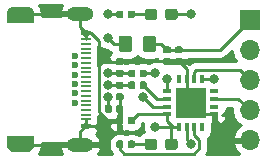
<source format=gbr>
G04 #@! TF.GenerationSoftware,KiCad,Pcbnew,5.0.1*
G04 #@! TF.CreationDate,2019-03-26T00:16:52+01:00*
G04 #@! TF.ProjectId,darling,6461726C696E672E6B696361645F7063,rev?*
G04 #@! TF.SameCoordinates,Original*
G04 #@! TF.FileFunction,Copper,L1,Top,Signal*
G04 #@! TF.FilePolarity,Positive*
%FSLAX46Y46*%
G04 Gerber Fmt 4.6, Leading zero omitted, Abs format (unit mm)*
G04 Created by KiCad (PCBNEW 5.0.1) date Tue 26 Mar 2019 12:16:52 AM CET*
%MOMM*%
%LPD*%
G01*
G04 APERTURE LIST*
G04 #@! TA.AperFunction,Conductor*
%ADD10C,0.100000*%
G04 #@! TD*
G04 #@! TA.AperFunction,SMDPad,CuDef*
%ADD11C,0.590000*%
G04 #@! TD*
G04 #@! TA.AperFunction,SMDPad,CuDef*
%ADD12C,0.950000*%
G04 #@! TD*
G04 #@! TA.AperFunction,SMDPad,CuDef*
%ADD13C,1.150000*%
G04 #@! TD*
G04 #@! TA.AperFunction,SMDPad,CuDef*
%ADD14R,0.850000X0.230000*%
G04 #@! TD*
G04 #@! TA.AperFunction,SMDPad,CuDef*
%ADD15R,0.850000X0.460000*%
G04 #@! TD*
G04 #@! TA.AperFunction,ComponentPad*
%ADD16C,0.600000*%
G04 #@! TD*
G04 #@! TA.AperFunction,ComponentPad*
%ADD17O,2.300000X1.200000*%
G04 #@! TD*
G04 #@! TA.AperFunction,ComponentPad*
%ADD18C,0.700000*%
G04 #@! TD*
G04 #@! TA.AperFunction,ComponentPad*
%ADD19R,1.700000X1.700000*%
G04 #@! TD*
G04 #@! TA.AperFunction,ComponentPad*
%ADD20O,1.700000X1.700000*%
G04 #@! TD*
G04 #@! TA.AperFunction,SMDPad,CuDef*
%ADD21R,0.350000X0.800000*%
G04 #@! TD*
G04 #@! TA.AperFunction,SMDPad,CuDef*
%ADD22R,0.800000X0.350000*%
G04 #@! TD*
G04 #@! TA.AperFunction,SMDPad,CuDef*
%ADD23R,2.500000X2.500000*%
G04 #@! TD*
G04 #@! TA.AperFunction,ViaPad*
%ADD24C,0.800000*%
G04 #@! TD*
G04 #@! TA.AperFunction,Conductor*
%ADD25C,0.250000*%
G04 #@! TD*
G04 #@! TA.AperFunction,Conductor*
%ADD26C,0.254000*%
G04 #@! TD*
G04 APERTURE END LIST*
D10*
G04 #@! TO.N,GND*
G04 #@! TO.C,C1*
G36*
X128146958Y-125680710D02*
X128161276Y-125682834D01*
X128175317Y-125686351D01*
X128188946Y-125691228D01*
X128202031Y-125697417D01*
X128214447Y-125704858D01*
X128226073Y-125713481D01*
X128236798Y-125723202D01*
X128246519Y-125733927D01*
X128255142Y-125745553D01*
X128262583Y-125757969D01*
X128268772Y-125771054D01*
X128273649Y-125784683D01*
X128277166Y-125798724D01*
X128279290Y-125813042D01*
X128280000Y-125827500D01*
X128280000Y-126172500D01*
X128279290Y-126186958D01*
X128277166Y-126201276D01*
X128273649Y-126215317D01*
X128268772Y-126228946D01*
X128262583Y-126242031D01*
X128255142Y-126254447D01*
X128246519Y-126266073D01*
X128236798Y-126276798D01*
X128226073Y-126286519D01*
X128214447Y-126295142D01*
X128202031Y-126302583D01*
X128188946Y-126308772D01*
X128175317Y-126313649D01*
X128161276Y-126317166D01*
X128146958Y-126319290D01*
X128132500Y-126320000D01*
X127837500Y-126320000D01*
X127823042Y-126319290D01*
X127808724Y-126317166D01*
X127794683Y-126313649D01*
X127781054Y-126308772D01*
X127767969Y-126302583D01*
X127755553Y-126295142D01*
X127743927Y-126286519D01*
X127733202Y-126276798D01*
X127723481Y-126266073D01*
X127714858Y-126254447D01*
X127707417Y-126242031D01*
X127701228Y-126228946D01*
X127696351Y-126215317D01*
X127692834Y-126201276D01*
X127690710Y-126186958D01*
X127690000Y-126172500D01*
X127690000Y-125827500D01*
X127690710Y-125813042D01*
X127692834Y-125798724D01*
X127696351Y-125784683D01*
X127701228Y-125771054D01*
X127707417Y-125757969D01*
X127714858Y-125745553D01*
X127723481Y-125733927D01*
X127733202Y-125723202D01*
X127743927Y-125713481D01*
X127755553Y-125704858D01*
X127767969Y-125697417D01*
X127781054Y-125691228D01*
X127794683Y-125686351D01*
X127808724Y-125682834D01*
X127823042Y-125680710D01*
X127837500Y-125680000D01*
X128132500Y-125680000D01*
X128146958Y-125680710D01*
X128146958Y-125680710D01*
G37*
D11*
G04 #@! TD*
G04 #@! TO.P,C1,2*
G04 #@! TO.N,GND*
X127985000Y-126000000D03*
D10*
G04 #@! TO.N,VBUS*
G04 #@! TO.C,C1*
G36*
X127176958Y-125680710D02*
X127191276Y-125682834D01*
X127205317Y-125686351D01*
X127218946Y-125691228D01*
X127232031Y-125697417D01*
X127244447Y-125704858D01*
X127256073Y-125713481D01*
X127266798Y-125723202D01*
X127276519Y-125733927D01*
X127285142Y-125745553D01*
X127292583Y-125757969D01*
X127298772Y-125771054D01*
X127303649Y-125784683D01*
X127307166Y-125798724D01*
X127309290Y-125813042D01*
X127310000Y-125827500D01*
X127310000Y-126172500D01*
X127309290Y-126186958D01*
X127307166Y-126201276D01*
X127303649Y-126215317D01*
X127298772Y-126228946D01*
X127292583Y-126242031D01*
X127285142Y-126254447D01*
X127276519Y-126266073D01*
X127266798Y-126276798D01*
X127256073Y-126286519D01*
X127244447Y-126295142D01*
X127232031Y-126302583D01*
X127218946Y-126308772D01*
X127205317Y-126313649D01*
X127191276Y-126317166D01*
X127176958Y-126319290D01*
X127162500Y-126320000D01*
X126867500Y-126320000D01*
X126853042Y-126319290D01*
X126838724Y-126317166D01*
X126824683Y-126313649D01*
X126811054Y-126308772D01*
X126797969Y-126302583D01*
X126785553Y-126295142D01*
X126773927Y-126286519D01*
X126763202Y-126276798D01*
X126753481Y-126266073D01*
X126744858Y-126254447D01*
X126737417Y-126242031D01*
X126731228Y-126228946D01*
X126726351Y-126215317D01*
X126722834Y-126201276D01*
X126720710Y-126186958D01*
X126720000Y-126172500D01*
X126720000Y-125827500D01*
X126720710Y-125813042D01*
X126722834Y-125798724D01*
X126726351Y-125784683D01*
X126731228Y-125771054D01*
X126737417Y-125757969D01*
X126744858Y-125745553D01*
X126753481Y-125733927D01*
X126763202Y-125723202D01*
X126773927Y-125713481D01*
X126785553Y-125704858D01*
X126797969Y-125697417D01*
X126811054Y-125691228D01*
X126824683Y-125686351D01*
X126838724Y-125682834D01*
X126853042Y-125680710D01*
X126867500Y-125680000D01*
X127162500Y-125680000D01*
X127176958Y-125680710D01*
X127176958Y-125680710D01*
G37*
D11*
G04 #@! TD*
G04 #@! TO.P,C1,1*
G04 #@! TO.N,VBUS*
X127015000Y-126000000D03*
D10*
G04 #@! TO.N,GND*
G04 #@! TO.C,C2*
G36*
X133186958Y-121690710D02*
X133201276Y-121692834D01*
X133215317Y-121696351D01*
X133228946Y-121701228D01*
X133242031Y-121707417D01*
X133254447Y-121714858D01*
X133266073Y-121723481D01*
X133276798Y-121733202D01*
X133286519Y-121743927D01*
X133295142Y-121755553D01*
X133302583Y-121767969D01*
X133308772Y-121781054D01*
X133313649Y-121794683D01*
X133317166Y-121808724D01*
X133319290Y-121823042D01*
X133320000Y-121837500D01*
X133320000Y-122132500D01*
X133319290Y-122146958D01*
X133317166Y-122161276D01*
X133313649Y-122175317D01*
X133308772Y-122188946D01*
X133302583Y-122202031D01*
X133295142Y-122214447D01*
X133286519Y-122226073D01*
X133276798Y-122236798D01*
X133266073Y-122246519D01*
X133254447Y-122255142D01*
X133242031Y-122262583D01*
X133228946Y-122268772D01*
X133215317Y-122273649D01*
X133201276Y-122277166D01*
X133186958Y-122279290D01*
X133172500Y-122280000D01*
X132827500Y-122280000D01*
X132813042Y-122279290D01*
X132798724Y-122277166D01*
X132784683Y-122273649D01*
X132771054Y-122268772D01*
X132757969Y-122262583D01*
X132745553Y-122255142D01*
X132733927Y-122246519D01*
X132723202Y-122236798D01*
X132713481Y-122226073D01*
X132704858Y-122214447D01*
X132697417Y-122202031D01*
X132691228Y-122188946D01*
X132686351Y-122175317D01*
X132682834Y-122161276D01*
X132680710Y-122146958D01*
X132680000Y-122132500D01*
X132680000Y-121837500D01*
X132680710Y-121823042D01*
X132682834Y-121808724D01*
X132686351Y-121794683D01*
X132691228Y-121781054D01*
X132697417Y-121767969D01*
X132704858Y-121755553D01*
X132713481Y-121743927D01*
X132723202Y-121733202D01*
X132733927Y-121723481D01*
X132745553Y-121714858D01*
X132757969Y-121707417D01*
X132771054Y-121701228D01*
X132784683Y-121696351D01*
X132798724Y-121692834D01*
X132813042Y-121690710D01*
X132827500Y-121690000D01*
X133172500Y-121690000D01*
X133186958Y-121690710D01*
X133186958Y-121690710D01*
G37*
D11*
G04 #@! TD*
G04 #@! TO.P,C2,2*
G04 #@! TO.N,GND*
X133000000Y-121985000D03*
D10*
G04 #@! TO.N,VCC*
G04 #@! TO.C,C2*
G36*
X133186958Y-120720710D02*
X133201276Y-120722834D01*
X133215317Y-120726351D01*
X133228946Y-120731228D01*
X133242031Y-120737417D01*
X133254447Y-120744858D01*
X133266073Y-120753481D01*
X133276798Y-120763202D01*
X133286519Y-120773927D01*
X133295142Y-120785553D01*
X133302583Y-120797969D01*
X133308772Y-120811054D01*
X133313649Y-120824683D01*
X133317166Y-120838724D01*
X133319290Y-120853042D01*
X133320000Y-120867500D01*
X133320000Y-121162500D01*
X133319290Y-121176958D01*
X133317166Y-121191276D01*
X133313649Y-121205317D01*
X133308772Y-121218946D01*
X133302583Y-121232031D01*
X133295142Y-121244447D01*
X133286519Y-121256073D01*
X133276798Y-121266798D01*
X133266073Y-121276519D01*
X133254447Y-121285142D01*
X133242031Y-121292583D01*
X133228946Y-121298772D01*
X133215317Y-121303649D01*
X133201276Y-121307166D01*
X133186958Y-121309290D01*
X133172500Y-121310000D01*
X132827500Y-121310000D01*
X132813042Y-121309290D01*
X132798724Y-121307166D01*
X132784683Y-121303649D01*
X132771054Y-121298772D01*
X132757969Y-121292583D01*
X132745553Y-121285142D01*
X132733927Y-121276519D01*
X132723202Y-121266798D01*
X132713481Y-121256073D01*
X132704858Y-121244447D01*
X132697417Y-121232031D01*
X132691228Y-121218946D01*
X132686351Y-121205317D01*
X132682834Y-121191276D01*
X132680710Y-121176958D01*
X132680000Y-121162500D01*
X132680000Y-120867500D01*
X132680710Y-120853042D01*
X132682834Y-120838724D01*
X132686351Y-120824683D01*
X132691228Y-120811054D01*
X132697417Y-120797969D01*
X132704858Y-120785553D01*
X132713481Y-120773927D01*
X132723202Y-120763202D01*
X132733927Y-120753481D01*
X132745553Y-120744858D01*
X132757969Y-120737417D01*
X132771054Y-120731228D01*
X132784683Y-120726351D01*
X132798724Y-120722834D01*
X132813042Y-120720710D01*
X132827500Y-120720000D01*
X133172500Y-120720000D01*
X133186958Y-120720710D01*
X133186958Y-120720710D01*
G37*
D11*
G04 #@! TD*
G04 #@! TO.P,C2,1*
G04 #@! TO.N,VCC*
X133000000Y-121015000D03*
D10*
G04 #@! TO.N,VCC*
G04 #@! TO.C,C3*
G36*
X132186958Y-120720710D02*
X132201276Y-120722834D01*
X132215317Y-120726351D01*
X132228946Y-120731228D01*
X132242031Y-120737417D01*
X132254447Y-120744858D01*
X132266073Y-120753481D01*
X132276798Y-120763202D01*
X132286519Y-120773927D01*
X132295142Y-120785553D01*
X132302583Y-120797969D01*
X132308772Y-120811054D01*
X132313649Y-120824683D01*
X132317166Y-120838724D01*
X132319290Y-120853042D01*
X132320000Y-120867500D01*
X132320000Y-121162500D01*
X132319290Y-121176958D01*
X132317166Y-121191276D01*
X132313649Y-121205317D01*
X132308772Y-121218946D01*
X132302583Y-121232031D01*
X132295142Y-121244447D01*
X132286519Y-121256073D01*
X132276798Y-121266798D01*
X132266073Y-121276519D01*
X132254447Y-121285142D01*
X132242031Y-121292583D01*
X132228946Y-121298772D01*
X132215317Y-121303649D01*
X132201276Y-121307166D01*
X132186958Y-121309290D01*
X132172500Y-121310000D01*
X131827500Y-121310000D01*
X131813042Y-121309290D01*
X131798724Y-121307166D01*
X131784683Y-121303649D01*
X131771054Y-121298772D01*
X131757969Y-121292583D01*
X131745553Y-121285142D01*
X131733927Y-121276519D01*
X131723202Y-121266798D01*
X131713481Y-121256073D01*
X131704858Y-121244447D01*
X131697417Y-121232031D01*
X131691228Y-121218946D01*
X131686351Y-121205317D01*
X131682834Y-121191276D01*
X131680710Y-121176958D01*
X131680000Y-121162500D01*
X131680000Y-120867500D01*
X131680710Y-120853042D01*
X131682834Y-120838724D01*
X131686351Y-120824683D01*
X131691228Y-120811054D01*
X131697417Y-120797969D01*
X131704858Y-120785553D01*
X131713481Y-120773927D01*
X131723202Y-120763202D01*
X131733927Y-120753481D01*
X131745553Y-120744858D01*
X131757969Y-120737417D01*
X131771054Y-120731228D01*
X131784683Y-120726351D01*
X131798724Y-120722834D01*
X131813042Y-120720710D01*
X131827500Y-120720000D01*
X132172500Y-120720000D01*
X132186958Y-120720710D01*
X132186958Y-120720710D01*
G37*
D11*
G04 #@! TD*
G04 #@! TO.P,C3,1*
G04 #@! TO.N,VCC*
X132000000Y-121015000D03*
D10*
G04 #@! TO.N,GND*
G04 #@! TO.C,C3*
G36*
X132186958Y-121690710D02*
X132201276Y-121692834D01*
X132215317Y-121696351D01*
X132228946Y-121701228D01*
X132242031Y-121707417D01*
X132254447Y-121714858D01*
X132266073Y-121723481D01*
X132276798Y-121733202D01*
X132286519Y-121743927D01*
X132295142Y-121755553D01*
X132302583Y-121767969D01*
X132308772Y-121781054D01*
X132313649Y-121794683D01*
X132317166Y-121808724D01*
X132319290Y-121823042D01*
X132320000Y-121837500D01*
X132320000Y-122132500D01*
X132319290Y-122146958D01*
X132317166Y-122161276D01*
X132313649Y-122175317D01*
X132308772Y-122188946D01*
X132302583Y-122202031D01*
X132295142Y-122214447D01*
X132286519Y-122226073D01*
X132276798Y-122236798D01*
X132266073Y-122246519D01*
X132254447Y-122255142D01*
X132242031Y-122262583D01*
X132228946Y-122268772D01*
X132215317Y-122273649D01*
X132201276Y-122277166D01*
X132186958Y-122279290D01*
X132172500Y-122280000D01*
X131827500Y-122280000D01*
X131813042Y-122279290D01*
X131798724Y-122277166D01*
X131784683Y-122273649D01*
X131771054Y-122268772D01*
X131757969Y-122262583D01*
X131745553Y-122255142D01*
X131733927Y-122246519D01*
X131723202Y-122236798D01*
X131713481Y-122226073D01*
X131704858Y-122214447D01*
X131697417Y-122202031D01*
X131691228Y-122188946D01*
X131686351Y-122175317D01*
X131682834Y-122161276D01*
X131680710Y-122146958D01*
X131680000Y-122132500D01*
X131680000Y-121837500D01*
X131680710Y-121823042D01*
X131682834Y-121808724D01*
X131686351Y-121794683D01*
X131691228Y-121781054D01*
X131697417Y-121767969D01*
X131704858Y-121755553D01*
X131713481Y-121743927D01*
X131723202Y-121733202D01*
X131733927Y-121723481D01*
X131745553Y-121714858D01*
X131757969Y-121707417D01*
X131771054Y-121701228D01*
X131784683Y-121696351D01*
X131798724Y-121692834D01*
X131813042Y-121690710D01*
X131827500Y-121690000D01*
X132172500Y-121690000D01*
X132186958Y-121690710D01*
X132186958Y-121690710D01*
G37*
D11*
G04 #@! TD*
G04 #@! TO.P,C3,2*
G04 #@! TO.N,GND*
X132000000Y-121985000D03*
D10*
G04 #@! TO.N,3V3*
G04 #@! TO.C,C4*
G36*
X129146958Y-126680710D02*
X129161276Y-126682834D01*
X129175317Y-126686351D01*
X129188946Y-126691228D01*
X129202031Y-126697417D01*
X129214447Y-126704858D01*
X129226073Y-126713481D01*
X129236798Y-126723202D01*
X129246519Y-126733927D01*
X129255142Y-126745553D01*
X129262583Y-126757969D01*
X129268772Y-126771054D01*
X129273649Y-126784683D01*
X129277166Y-126798724D01*
X129279290Y-126813042D01*
X129280000Y-126827500D01*
X129280000Y-127172500D01*
X129279290Y-127186958D01*
X129277166Y-127201276D01*
X129273649Y-127215317D01*
X129268772Y-127228946D01*
X129262583Y-127242031D01*
X129255142Y-127254447D01*
X129246519Y-127266073D01*
X129236798Y-127276798D01*
X129226073Y-127286519D01*
X129214447Y-127295142D01*
X129202031Y-127302583D01*
X129188946Y-127308772D01*
X129175317Y-127313649D01*
X129161276Y-127317166D01*
X129146958Y-127319290D01*
X129132500Y-127320000D01*
X128837500Y-127320000D01*
X128823042Y-127319290D01*
X128808724Y-127317166D01*
X128794683Y-127313649D01*
X128781054Y-127308772D01*
X128767969Y-127302583D01*
X128755553Y-127295142D01*
X128743927Y-127286519D01*
X128733202Y-127276798D01*
X128723481Y-127266073D01*
X128714858Y-127254447D01*
X128707417Y-127242031D01*
X128701228Y-127228946D01*
X128696351Y-127215317D01*
X128692834Y-127201276D01*
X128690710Y-127186958D01*
X128690000Y-127172500D01*
X128690000Y-126827500D01*
X128690710Y-126813042D01*
X128692834Y-126798724D01*
X128696351Y-126784683D01*
X128701228Y-126771054D01*
X128707417Y-126757969D01*
X128714858Y-126745553D01*
X128723481Y-126733927D01*
X128733202Y-126723202D01*
X128743927Y-126713481D01*
X128755553Y-126704858D01*
X128767969Y-126697417D01*
X128781054Y-126691228D01*
X128794683Y-126686351D01*
X128808724Y-126682834D01*
X128823042Y-126680710D01*
X128837500Y-126680000D01*
X129132500Y-126680000D01*
X129146958Y-126680710D01*
X129146958Y-126680710D01*
G37*
D11*
G04 #@! TD*
G04 #@! TO.P,C4,1*
G04 #@! TO.N,3V3*
X128985000Y-127000000D03*
D10*
G04 #@! TO.N,GND*
G04 #@! TO.C,C4*
G36*
X128176958Y-126680710D02*
X128191276Y-126682834D01*
X128205317Y-126686351D01*
X128218946Y-126691228D01*
X128232031Y-126697417D01*
X128244447Y-126704858D01*
X128256073Y-126713481D01*
X128266798Y-126723202D01*
X128276519Y-126733927D01*
X128285142Y-126745553D01*
X128292583Y-126757969D01*
X128298772Y-126771054D01*
X128303649Y-126784683D01*
X128307166Y-126798724D01*
X128309290Y-126813042D01*
X128310000Y-126827500D01*
X128310000Y-127172500D01*
X128309290Y-127186958D01*
X128307166Y-127201276D01*
X128303649Y-127215317D01*
X128298772Y-127228946D01*
X128292583Y-127242031D01*
X128285142Y-127254447D01*
X128276519Y-127266073D01*
X128266798Y-127276798D01*
X128256073Y-127286519D01*
X128244447Y-127295142D01*
X128232031Y-127302583D01*
X128218946Y-127308772D01*
X128205317Y-127313649D01*
X128191276Y-127317166D01*
X128176958Y-127319290D01*
X128162500Y-127320000D01*
X127867500Y-127320000D01*
X127853042Y-127319290D01*
X127838724Y-127317166D01*
X127824683Y-127313649D01*
X127811054Y-127308772D01*
X127797969Y-127302583D01*
X127785553Y-127295142D01*
X127773927Y-127286519D01*
X127763202Y-127276798D01*
X127753481Y-127266073D01*
X127744858Y-127254447D01*
X127737417Y-127242031D01*
X127731228Y-127228946D01*
X127726351Y-127215317D01*
X127722834Y-127201276D01*
X127720710Y-127186958D01*
X127720000Y-127172500D01*
X127720000Y-126827500D01*
X127720710Y-126813042D01*
X127722834Y-126798724D01*
X127726351Y-126784683D01*
X127731228Y-126771054D01*
X127737417Y-126757969D01*
X127744858Y-126745553D01*
X127753481Y-126733927D01*
X127763202Y-126723202D01*
X127773927Y-126713481D01*
X127785553Y-126704858D01*
X127797969Y-126697417D01*
X127811054Y-126691228D01*
X127824683Y-126686351D01*
X127838724Y-126682834D01*
X127853042Y-126680710D01*
X127867500Y-126680000D01*
X128162500Y-126680000D01*
X128176958Y-126680710D01*
X128176958Y-126680710D01*
G37*
D11*
G04 #@! TD*
G04 #@! TO.P,C4,2*
G04 #@! TO.N,GND*
X128015000Y-127000000D03*
D10*
G04 #@! TO.N,Net-(C5-Pad1)*
G04 #@! TO.C,C5*
G36*
X128186958Y-122690710D02*
X128201276Y-122692834D01*
X128215317Y-122696351D01*
X128228946Y-122701228D01*
X128242031Y-122707417D01*
X128254447Y-122714858D01*
X128266073Y-122723481D01*
X128276798Y-122733202D01*
X128286519Y-122743927D01*
X128295142Y-122755553D01*
X128302583Y-122767969D01*
X128308772Y-122781054D01*
X128313649Y-122794683D01*
X128317166Y-122808724D01*
X128319290Y-122823042D01*
X128320000Y-122837500D01*
X128320000Y-123132500D01*
X128319290Y-123146958D01*
X128317166Y-123161276D01*
X128313649Y-123175317D01*
X128308772Y-123188946D01*
X128302583Y-123202031D01*
X128295142Y-123214447D01*
X128286519Y-123226073D01*
X128276798Y-123236798D01*
X128266073Y-123246519D01*
X128254447Y-123255142D01*
X128242031Y-123262583D01*
X128228946Y-123268772D01*
X128215317Y-123273649D01*
X128201276Y-123277166D01*
X128186958Y-123279290D01*
X128172500Y-123280000D01*
X127827500Y-123280000D01*
X127813042Y-123279290D01*
X127798724Y-123277166D01*
X127784683Y-123273649D01*
X127771054Y-123268772D01*
X127757969Y-123262583D01*
X127745553Y-123255142D01*
X127733927Y-123246519D01*
X127723202Y-123236798D01*
X127713481Y-123226073D01*
X127704858Y-123214447D01*
X127697417Y-123202031D01*
X127691228Y-123188946D01*
X127686351Y-123175317D01*
X127682834Y-123161276D01*
X127680710Y-123146958D01*
X127680000Y-123132500D01*
X127680000Y-122837500D01*
X127680710Y-122823042D01*
X127682834Y-122808724D01*
X127686351Y-122794683D01*
X127691228Y-122781054D01*
X127697417Y-122767969D01*
X127704858Y-122755553D01*
X127713481Y-122743927D01*
X127723202Y-122733202D01*
X127733927Y-122723481D01*
X127745553Y-122714858D01*
X127757969Y-122707417D01*
X127771054Y-122701228D01*
X127784683Y-122696351D01*
X127798724Y-122692834D01*
X127813042Y-122690710D01*
X127827500Y-122690000D01*
X128172500Y-122690000D01*
X128186958Y-122690710D01*
X128186958Y-122690710D01*
G37*
D11*
G04 #@! TD*
G04 #@! TO.P,C5,1*
G04 #@! TO.N,Net-(C5-Pad1)*
X128000000Y-122985000D03*
D10*
G04 #@! TO.N,GND*
G04 #@! TO.C,C5*
G36*
X128186958Y-121720710D02*
X128201276Y-121722834D01*
X128215317Y-121726351D01*
X128228946Y-121731228D01*
X128242031Y-121737417D01*
X128254447Y-121744858D01*
X128266073Y-121753481D01*
X128276798Y-121763202D01*
X128286519Y-121773927D01*
X128295142Y-121785553D01*
X128302583Y-121797969D01*
X128308772Y-121811054D01*
X128313649Y-121824683D01*
X128317166Y-121838724D01*
X128319290Y-121853042D01*
X128320000Y-121867500D01*
X128320000Y-122162500D01*
X128319290Y-122176958D01*
X128317166Y-122191276D01*
X128313649Y-122205317D01*
X128308772Y-122218946D01*
X128302583Y-122232031D01*
X128295142Y-122244447D01*
X128286519Y-122256073D01*
X128276798Y-122266798D01*
X128266073Y-122276519D01*
X128254447Y-122285142D01*
X128242031Y-122292583D01*
X128228946Y-122298772D01*
X128215317Y-122303649D01*
X128201276Y-122307166D01*
X128186958Y-122309290D01*
X128172500Y-122310000D01*
X127827500Y-122310000D01*
X127813042Y-122309290D01*
X127798724Y-122307166D01*
X127784683Y-122303649D01*
X127771054Y-122298772D01*
X127757969Y-122292583D01*
X127745553Y-122285142D01*
X127733927Y-122276519D01*
X127723202Y-122266798D01*
X127713481Y-122256073D01*
X127704858Y-122244447D01*
X127697417Y-122232031D01*
X127691228Y-122218946D01*
X127686351Y-122205317D01*
X127682834Y-122191276D01*
X127680710Y-122176958D01*
X127680000Y-122162500D01*
X127680000Y-121867500D01*
X127680710Y-121853042D01*
X127682834Y-121838724D01*
X127686351Y-121824683D01*
X127691228Y-121811054D01*
X127697417Y-121797969D01*
X127704858Y-121785553D01*
X127713481Y-121773927D01*
X127723202Y-121763202D01*
X127733927Y-121753481D01*
X127745553Y-121744858D01*
X127757969Y-121737417D01*
X127771054Y-121731228D01*
X127784683Y-121726351D01*
X127798724Y-121722834D01*
X127813042Y-121720710D01*
X127827500Y-121720000D01*
X128172500Y-121720000D01*
X128186958Y-121720710D01*
X128186958Y-121720710D01*
G37*
D11*
G04 #@! TD*
G04 #@! TO.P,C5,2*
G04 #@! TO.N,GND*
X128000000Y-122015000D03*
D10*
G04 #@! TO.N,GND*
G04 #@! TO.C,C6*
G36*
X128186958Y-124690710D02*
X128201276Y-124692834D01*
X128215317Y-124696351D01*
X128228946Y-124701228D01*
X128242031Y-124707417D01*
X128254447Y-124714858D01*
X128266073Y-124723481D01*
X128276798Y-124733202D01*
X128286519Y-124743927D01*
X128295142Y-124755553D01*
X128302583Y-124767969D01*
X128308772Y-124781054D01*
X128313649Y-124794683D01*
X128317166Y-124808724D01*
X128319290Y-124823042D01*
X128320000Y-124837500D01*
X128320000Y-125132500D01*
X128319290Y-125146958D01*
X128317166Y-125161276D01*
X128313649Y-125175317D01*
X128308772Y-125188946D01*
X128302583Y-125202031D01*
X128295142Y-125214447D01*
X128286519Y-125226073D01*
X128276798Y-125236798D01*
X128266073Y-125246519D01*
X128254447Y-125255142D01*
X128242031Y-125262583D01*
X128228946Y-125268772D01*
X128215317Y-125273649D01*
X128201276Y-125277166D01*
X128186958Y-125279290D01*
X128172500Y-125280000D01*
X127827500Y-125280000D01*
X127813042Y-125279290D01*
X127798724Y-125277166D01*
X127784683Y-125273649D01*
X127771054Y-125268772D01*
X127757969Y-125262583D01*
X127745553Y-125255142D01*
X127733927Y-125246519D01*
X127723202Y-125236798D01*
X127713481Y-125226073D01*
X127704858Y-125214447D01*
X127697417Y-125202031D01*
X127691228Y-125188946D01*
X127686351Y-125175317D01*
X127682834Y-125161276D01*
X127680710Y-125146958D01*
X127680000Y-125132500D01*
X127680000Y-124837500D01*
X127680710Y-124823042D01*
X127682834Y-124808724D01*
X127686351Y-124794683D01*
X127691228Y-124781054D01*
X127697417Y-124767969D01*
X127704858Y-124755553D01*
X127713481Y-124743927D01*
X127723202Y-124733202D01*
X127733927Y-124723481D01*
X127745553Y-124714858D01*
X127757969Y-124707417D01*
X127771054Y-124701228D01*
X127784683Y-124696351D01*
X127798724Y-124692834D01*
X127813042Y-124690710D01*
X127827500Y-124690000D01*
X128172500Y-124690000D01*
X128186958Y-124690710D01*
X128186958Y-124690710D01*
G37*
D11*
G04 #@! TD*
G04 #@! TO.P,C6,2*
G04 #@! TO.N,GND*
X128000000Y-124985000D03*
D10*
G04 #@! TO.N,Net-(C6-Pad1)*
G04 #@! TO.C,C6*
G36*
X128186958Y-123720710D02*
X128201276Y-123722834D01*
X128215317Y-123726351D01*
X128228946Y-123731228D01*
X128242031Y-123737417D01*
X128254447Y-123744858D01*
X128266073Y-123753481D01*
X128276798Y-123763202D01*
X128286519Y-123773927D01*
X128295142Y-123785553D01*
X128302583Y-123797969D01*
X128308772Y-123811054D01*
X128313649Y-123824683D01*
X128317166Y-123838724D01*
X128319290Y-123853042D01*
X128320000Y-123867500D01*
X128320000Y-124162500D01*
X128319290Y-124176958D01*
X128317166Y-124191276D01*
X128313649Y-124205317D01*
X128308772Y-124218946D01*
X128302583Y-124232031D01*
X128295142Y-124244447D01*
X128286519Y-124256073D01*
X128276798Y-124266798D01*
X128266073Y-124276519D01*
X128254447Y-124285142D01*
X128242031Y-124292583D01*
X128228946Y-124298772D01*
X128215317Y-124303649D01*
X128201276Y-124307166D01*
X128186958Y-124309290D01*
X128172500Y-124310000D01*
X127827500Y-124310000D01*
X127813042Y-124309290D01*
X127798724Y-124307166D01*
X127784683Y-124303649D01*
X127771054Y-124298772D01*
X127757969Y-124292583D01*
X127745553Y-124285142D01*
X127733927Y-124276519D01*
X127723202Y-124266798D01*
X127713481Y-124256073D01*
X127704858Y-124244447D01*
X127697417Y-124232031D01*
X127691228Y-124218946D01*
X127686351Y-124205317D01*
X127682834Y-124191276D01*
X127680710Y-124176958D01*
X127680000Y-124162500D01*
X127680000Y-123867500D01*
X127680710Y-123853042D01*
X127682834Y-123838724D01*
X127686351Y-123824683D01*
X127691228Y-123811054D01*
X127697417Y-123797969D01*
X127704858Y-123785553D01*
X127713481Y-123773927D01*
X127723202Y-123763202D01*
X127733927Y-123753481D01*
X127745553Y-123744858D01*
X127757969Y-123737417D01*
X127771054Y-123731228D01*
X127784683Y-123726351D01*
X127798724Y-123722834D01*
X127813042Y-123720710D01*
X127827500Y-123720000D01*
X128172500Y-123720000D01*
X128186958Y-123720710D01*
X128186958Y-123720710D01*
G37*
D11*
G04 #@! TD*
G04 #@! TO.P,C6,1*
G04 #@! TO.N,Net-(C6-Pad1)*
X128000000Y-124015000D03*
D10*
G04 #@! TO.N,Net-(D1-Pad1)*
G04 #@! TO.C,D1*
G36*
X130935779Y-128526144D02*
X130958834Y-128529563D01*
X130981443Y-128535227D01*
X131003387Y-128543079D01*
X131024457Y-128553044D01*
X131044448Y-128565026D01*
X131063168Y-128578910D01*
X131080438Y-128594562D01*
X131096090Y-128611832D01*
X131109974Y-128630552D01*
X131121956Y-128650543D01*
X131131921Y-128671613D01*
X131139773Y-128693557D01*
X131145437Y-128716166D01*
X131148856Y-128739221D01*
X131150000Y-128762500D01*
X131150000Y-129237500D01*
X131148856Y-129260779D01*
X131145437Y-129283834D01*
X131139773Y-129306443D01*
X131131921Y-129328387D01*
X131121956Y-129349457D01*
X131109974Y-129369448D01*
X131096090Y-129388168D01*
X131080438Y-129405438D01*
X131063168Y-129421090D01*
X131044448Y-129434974D01*
X131024457Y-129446956D01*
X131003387Y-129456921D01*
X130981443Y-129464773D01*
X130958834Y-129470437D01*
X130935779Y-129473856D01*
X130912500Y-129475000D01*
X130337500Y-129475000D01*
X130314221Y-129473856D01*
X130291166Y-129470437D01*
X130268557Y-129464773D01*
X130246613Y-129456921D01*
X130225543Y-129446956D01*
X130205552Y-129434974D01*
X130186832Y-129421090D01*
X130169562Y-129405438D01*
X130153910Y-129388168D01*
X130140026Y-129369448D01*
X130128044Y-129349457D01*
X130118079Y-129328387D01*
X130110227Y-129306443D01*
X130104563Y-129283834D01*
X130101144Y-129260779D01*
X130100000Y-129237500D01*
X130100000Y-128762500D01*
X130101144Y-128739221D01*
X130104563Y-128716166D01*
X130110227Y-128693557D01*
X130118079Y-128671613D01*
X130128044Y-128650543D01*
X130140026Y-128630552D01*
X130153910Y-128611832D01*
X130169562Y-128594562D01*
X130186832Y-128578910D01*
X130205552Y-128565026D01*
X130225543Y-128553044D01*
X130246613Y-128543079D01*
X130268557Y-128535227D01*
X130291166Y-128529563D01*
X130314221Y-128526144D01*
X130337500Y-128525000D01*
X130912500Y-128525000D01*
X130935779Y-128526144D01*
X130935779Y-128526144D01*
G37*
D12*
G04 #@! TD*
G04 #@! TO.P,D1,1*
G04 #@! TO.N,Net-(D1-Pad1)*
X130625000Y-129000000D03*
D10*
G04 #@! TO.N,3V3*
G04 #@! TO.C,D1*
G36*
X132685779Y-128526144D02*
X132708834Y-128529563D01*
X132731443Y-128535227D01*
X132753387Y-128543079D01*
X132774457Y-128553044D01*
X132794448Y-128565026D01*
X132813168Y-128578910D01*
X132830438Y-128594562D01*
X132846090Y-128611832D01*
X132859974Y-128630552D01*
X132871956Y-128650543D01*
X132881921Y-128671613D01*
X132889773Y-128693557D01*
X132895437Y-128716166D01*
X132898856Y-128739221D01*
X132900000Y-128762500D01*
X132900000Y-129237500D01*
X132898856Y-129260779D01*
X132895437Y-129283834D01*
X132889773Y-129306443D01*
X132881921Y-129328387D01*
X132871956Y-129349457D01*
X132859974Y-129369448D01*
X132846090Y-129388168D01*
X132830438Y-129405438D01*
X132813168Y-129421090D01*
X132794448Y-129434974D01*
X132774457Y-129446956D01*
X132753387Y-129456921D01*
X132731443Y-129464773D01*
X132708834Y-129470437D01*
X132685779Y-129473856D01*
X132662500Y-129475000D01*
X132087500Y-129475000D01*
X132064221Y-129473856D01*
X132041166Y-129470437D01*
X132018557Y-129464773D01*
X131996613Y-129456921D01*
X131975543Y-129446956D01*
X131955552Y-129434974D01*
X131936832Y-129421090D01*
X131919562Y-129405438D01*
X131903910Y-129388168D01*
X131890026Y-129369448D01*
X131878044Y-129349457D01*
X131868079Y-129328387D01*
X131860227Y-129306443D01*
X131854563Y-129283834D01*
X131851144Y-129260779D01*
X131850000Y-129237500D01*
X131850000Y-128762500D01*
X131851144Y-128739221D01*
X131854563Y-128716166D01*
X131860227Y-128693557D01*
X131868079Y-128671613D01*
X131878044Y-128650543D01*
X131890026Y-128630552D01*
X131903910Y-128611832D01*
X131919562Y-128594562D01*
X131936832Y-128578910D01*
X131955552Y-128565026D01*
X131975543Y-128553044D01*
X131996613Y-128543079D01*
X132018557Y-128535227D01*
X132041166Y-128529563D01*
X132064221Y-128526144D01*
X132087500Y-128525000D01*
X132662500Y-128525000D01*
X132685779Y-128526144D01*
X132685779Y-128526144D01*
G37*
D12*
G04 #@! TD*
G04 #@! TO.P,D1,2*
G04 #@! TO.N,3V3*
X132375000Y-129000000D03*
D10*
G04 #@! TO.N,3V3*
G04 #@! TO.C,D2*
G36*
X132685779Y-117526144D02*
X132708834Y-117529563D01*
X132731443Y-117535227D01*
X132753387Y-117543079D01*
X132774457Y-117553044D01*
X132794448Y-117565026D01*
X132813168Y-117578910D01*
X132830438Y-117594562D01*
X132846090Y-117611832D01*
X132859974Y-117630552D01*
X132871956Y-117650543D01*
X132881921Y-117671613D01*
X132889773Y-117693557D01*
X132895437Y-117716166D01*
X132898856Y-117739221D01*
X132900000Y-117762500D01*
X132900000Y-118237500D01*
X132898856Y-118260779D01*
X132895437Y-118283834D01*
X132889773Y-118306443D01*
X132881921Y-118328387D01*
X132871956Y-118349457D01*
X132859974Y-118369448D01*
X132846090Y-118388168D01*
X132830438Y-118405438D01*
X132813168Y-118421090D01*
X132794448Y-118434974D01*
X132774457Y-118446956D01*
X132753387Y-118456921D01*
X132731443Y-118464773D01*
X132708834Y-118470437D01*
X132685779Y-118473856D01*
X132662500Y-118475000D01*
X132087500Y-118475000D01*
X132064221Y-118473856D01*
X132041166Y-118470437D01*
X132018557Y-118464773D01*
X131996613Y-118456921D01*
X131975543Y-118446956D01*
X131955552Y-118434974D01*
X131936832Y-118421090D01*
X131919562Y-118405438D01*
X131903910Y-118388168D01*
X131890026Y-118369448D01*
X131878044Y-118349457D01*
X131868079Y-118328387D01*
X131860227Y-118306443D01*
X131854563Y-118283834D01*
X131851144Y-118260779D01*
X131850000Y-118237500D01*
X131850000Y-117762500D01*
X131851144Y-117739221D01*
X131854563Y-117716166D01*
X131860227Y-117693557D01*
X131868079Y-117671613D01*
X131878044Y-117650543D01*
X131890026Y-117630552D01*
X131903910Y-117611832D01*
X131919562Y-117594562D01*
X131936832Y-117578910D01*
X131955552Y-117565026D01*
X131975543Y-117553044D01*
X131996613Y-117543079D01*
X132018557Y-117535227D01*
X132041166Y-117529563D01*
X132064221Y-117526144D01*
X132087500Y-117525000D01*
X132662500Y-117525000D01*
X132685779Y-117526144D01*
X132685779Y-117526144D01*
G37*
D12*
G04 #@! TD*
G04 #@! TO.P,D2,2*
G04 #@! TO.N,3V3*
X132375000Y-118000000D03*
D10*
G04 #@! TO.N,Net-(D2-Pad1)*
G04 #@! TO.C,D2*
G36*
X130935779Y-117526144D02*
X130958834Y-117529563D01*
X130981443Y-117535227D01*
X131003387Y-117543079D01*
X131024457Y-117553044D01*
X131044448Y-117565026D01*
X131063168Y-117578910D01*
X131080438Y-117594562D01*
X131096090Y-117611832D01*
X131109974Y-117630552D01*
X131121956Y-117650543D01*
X131131921Y-117671613D01*
X131139773Y-117693557D01*
X131145437Y-117716166D01*
X131148856Y-117739221D01*
X131150000Y-117762500D01*
X131150000Y-118237500D01*
X131148856Y-118260779D01*
X131145437Y-118283834D01*
X131139773Y-118306443D01*
X131131921Y-118328387D01*
X131121956Y-118349457D01*
X131109974Y-118369448D01*
X131096090Y-118388168D01*
X131080438Y-118405438D01*
X131063168Y-118421090D01*
X131044448Y-118434974D01*
X131024457Y-118446956D01*
X131003387Y-118456921D01*
X130981443Y-118464773D01*
X130958834Y-118470437D01*
X130935779Y-118473856D01*
X130912500Y-118475000D01*
X130337500Y-118475000D01*
X130314221Y-118473856D01*
X130291166Y-118470437D01*
X130268557Y-118464773D01*
X130246613Y-118456921D01*
X130225543Y-118446956D01*
X130205552Y-118434974D01*
X130186832Y-118421090D01*
X130169562Y-118405438D01*
X130153910Y-118388168D01*
X130140026Y-118369448D01*
X130128044Y-118349457D01*
X130118079Y-118328387D01*
X130110227Y-118306443D01*
X130104563Y-118283834D01*
X130101144Y-118260779D01*
X130100000Y-118237500D01*
X130100000Y-117762500D01*
X130101144Y-117739221D01*
X130104563Y-117716166D01*
X130110227Y-117693557D01*
X130118079Y-117671613D01*
X130128044Y-117650543D01*
X130140026Y-117630552D01*
X130153910Y-117611832D01*
X130169562Y-117594562D01*
X130186832Y-117578910D01*
X130205552Y-117565026D01*
X130225543Y-117553044D01*
X130246613Y-117543079D01*
X130268557Y-117535227D01*
X130291166Y-117529563D01*
X130314221Y-117526144D01*
X130337500Y-117525000D01*
X130912500Y-117525000D01*
X130935779Y-117526144D01*
X130935779Y-117526144D01*
G37*
D12*
G04 #@! TD*
G04 #@! TO.P,D2,1*
G04 #@! TO.N,Net-(D2-Pad1)*
X130625000Y-118000000D03*
D10*
G04 #@! TO.N,VCC*
G04 #@! TO.C,FB1*
G36*
X130874505Y-119801204D02*
X130898773Y-119804804D01*
X130922572Y-119810765D01*
X130945671Y-119819030D01*
X130967850Y-119829520D01*
X130988893Y-119842132D01*
X131008599Y-119856747D01*
X131026777Y-119873223D01*
X131043253Y-119891401D01*
X131057868Y-119911107D01*
X131070480Y-119932150D01*
X131080970Y-119954329D01*
X131089235Y-119977428D01*
X131095196Y-120001227D01*
X131098796Y-120025495D01*
X131100000Y-120049999D01*
X131100000Y-120950001D01*
X131098796Y-120974505D01*
X131095196Y-120998773D01*
X131089235Y-121022572D01*
X131080970Y-121045671D01*
X131070480Y-121067850D01*
X131057868Y-121088893D01*
X131043253Y-121108599D01*
X131026777Y-121126777D01*
X131008599Y-121143253D01*
X130988893Y-121157868D01*
X130967850Y-121170480D01*
X130945671Y-121180970D01*
X130922572Y-121189235D01*
X130898773Y-121195196D01*
X130874505Y-121198796D01*
X130850001Y-121200000D01*
X130199999Y-121200000D01*
X130175495Y-121198796D01*
X130151227Y-121195196D01*
X130127428Y-121189235D01*
X130104329Y-121180970D01*
X130082150Y-121170480D01*
X130061107Y-121157868D01*
X130041401Y-121143253D01*
X130023223Y-121126777D01*
X130006747Y-121108599D01*
X129992132Y-121088893D01*
X129979520Y-121067850D01*
X129969030Y-121045671D01*
X129960765Y-121022572D01*
X129954804Y-120998773D01*
X129951204Y-120974505D01*
X129950000Y-120950001D01*
X129950000Y-120049999D01*
X129951204Y-120025495D01*
X129954804Y-120001227D01*
X129960765Y-119977428D01*
X129969030Y-119954329D01*
X129979520Y-119932150D01*
X129992132Y-119911107D01*
X130006747Y-119891401D01*
X130023223Y-119873223D01*
X130041401Y-119856747D01*
X130061107Y-119842132D01*
X130082150Y-119829520D01*
X130104329Y-119819030D01*
X130127428Y-119810765D01*
X130151227Y-119804804D01*
X130175495Y-119801204D01*
X130199999Y-119800000D01*
X130850001Y-119800000D01*
X130874505Y-119801204D01*
X130874505Y-119801204D01*
G37*
D13*
G04 #@! TD*
G04 #@! TO.P,FB1,1*
G04 #@! TO.N,VCC*
X130525000Y-120500000D03*
D10*
G04 #@! TO.N,VBUS*
G04 #@! TO.C,FB1*
G36*
X128824505Y-119801204D02*
X128848773Y-119804804D01*
X128872572Y-119810765D01*
X128895671Y-119819030D01*
X128917850Y-119829520D01*
X128938893Y-119842132D01*
X128958599Y-119856747D01*
X128976777Y-119873223D01*
X128993253Y-119891401D01*
X129007868Y-119911107D01*
X129020480Y-119932150D01*
X129030970Y-119954329D01*
X129039235Y-119977428D01*
X129045196Y-120001227D01*
X129048796Y-120025495D01*
X129050000Y-120049999D01*
X129050000Y-120950001D01*
X129048796Y-120974505D01*
X129045196Y-120998773D01*
X129039235Y-121022572D01*
X129030970Y-121045671D01*
X129020480Y-121067850D01*
X129007868Y-121088893D01*
X128993253Y-121108599D01*
X128976777Y-121126777D01*
X128958599Y-121143253D01*
X128938893Y-121157868D01*
X128917850Y-121170480D01*
X128895671Y-121180970D01*
X128872572Y-121189235D01*
X128848773Y-121195196D01*
X128824505Y-121198796D01*
X128800001Y-121200000D01*
X128149999Y-121200000D01*
X128125495Y-121198796D01*
X128101227Y-121195196D01*
X128077428Y-121189235D01*
X128054329Y-121180970D01*
X128032150Y-121170480D01*
X128011107Y-121157868D01*
X127991401Y-121143253D01*
X127973223Y-121126777D01*
X127956747Y-121108599D01*
X127942132Y-121088893D01*
X127929520Y-121067850D01*
X127919030Y-121045671D01*
X127910765Y-121022572D01*
X127904804Y-120998773D01*
X127901204Y-120974505D01*
X127900000Y-120950001D01*
X127900000Y-120049999D01*
X127901204Y-120025495D01*
X127904804Y-120001227D01*
X127910765Y-119977428D01*
X127919030Y-119954329D01*
X127929520Y-119932150D01*
X127942132Y-119911107D01*
X127956747Y-119891401D01*
X127973223Y-119873223D01*
X127991401Y-119856747D01*
X128011107Y-119842132D01*
X128032150Y-119829520D01*
X128054329Y-119819030D01*
X128077428Y-119810765D01*
X128101227Y-119804804D01*
X128125495Y-119801204D01*
X128149999Y-119800000D01*
X128800001Y-119800000D01*
X128824505Y-119801204D01*
X128824505Y-119801204D01*
G37*
D13*
G04 #@! TD*
G04 #@! TO.P,FB1,2*
G04 #@! TO.N,VBUS*
X128475000Y-120500000D03*
D14*
G04 #@! TO.P,J1,A7*
G04 #@! TO.N,Net-(C5-Pad1)*
X125125000Y-123700000D03*
G04 #@! TO.P,J1,A6*
G04 #@! TO.N,Net-(C6-Pad1)*
X125125000Y-123300000D03*
G04 #@! TO.P,J1,A8*
G04 #@! TO.N,Net-(J1-PadA8)*
X125125000Y-124100000D03*
G04 #@! TO.P,J1,A9*
G04 #@! TO.N,VBUS*
X125125000Y-124500000D03*
G04 #@! TO.P,J1,A10*
G04 #@! TO.N,N/C*
X125125000Y-124900000D03*
G04 #@! TO.P,J1,A11*
X125125000Y-125300000D03*
G04 #@! TO.P,J1,A12*
G04 #@! TO.N,GND*
X125125000Y-125700000D03*
G04 #@! TO.P,J1,B3*
G04 #@! TO.N,N/C*
X125125000Y-126100000D03*
G04 #@! TO.P,J1,B2*
X125125000Y-126500000D03*
G04 #@! TO.P,J1,B1*
G04 #@! TO.N,GND*
X125125000Y-126900000D03*
G04 #@! TO.P,J1,A5*
G04 #@! TO.N,Net-(J1-PadA5)*
X125125000Y-122900000D03*
G04 #@! TO.P,J1,A4*
G04 #@! TO.N,VBUS*
X125125000Y-122500000D03*
G04 #@! TO.P,J1,A3*
G04 #@! TO.N,N/C*
X125125000Y-122100000D03*
G04 #@! TO.P,J1,A2*
X125125000Y-121700000D03*
G04 #@! TO.P,J1,A1*
G04 #@! TO.N,GND*
X125125000Y-121300000D03*
G04 #@! TO.P,J1,B10*
G04 #@! TO.N,N/C*
X125125000Y-120900000D03*
G04 #@! TO.P,J1,B11*
X125125000Y-120500000D03*
G04 #@! TO.P,J1,B12*
G04 #@! TO.N,GND*
X125125000Y-120100000D03*
D15*
G04 #@! TO.P,J1,S1*
X125125000Y-119585000D03*
X125125000Y-127415000D03*
D16*
G04 #@! TO.P,J1,B9*
G04 #@! TO.N,VBUS*
X124200000Y-121500000D03*
G04 #@! TO.P,J1,B8*
G04 #@! TO.N,Net-(J1-PadB8)*
X124200000Y-122300000D03*
G04 #@! TO.P,J1,B7*
G04 #@! TO.N,Net-(C5-Pad1)*
X124200000Y-123100000D03*
G04 #@! TO.P,J1,B4*
G04 #@! TO.N,VBUS*
X124200000Y-125500000D03*
G04 #@! TO.P,J1,B5*
G04 #@! TO.N,Net-(J1-PadB5)*
X124200000Y-124700000D03*
G04 #@! TO.P,J1,B6*
G04 #@! TO.N,Net-(C6-Pad1)*
X124200000Y-123900000D03*
D17*
G04 #@! TO.P,J1,S1*
G04 #@! TO.N,GND*
X124650000Y-129050000D03*
X124650000Y-117950000D03*
D18*
X119600000Y-117950000D03*
D10*
G04 #@! TD*
G04 #@! TO.N,GND*
G04 #@! TO.C,J1*
G36*
X118450000Y-118700000D02*
X118450000Y-117950000D01*
X118450165Y-117950000D01*
X118450143Y-117946861D01*
X118451984Y-117902934D01*
X118451984Y-117902930D01*
X118452086Y-117900842D01*
X118452742Y-117894598D01*
X118453312Y-117888338D01*
X118459431Y-117844801D01*
X118459737Y-117842730D01*
X118460999Y-117836583D01*
X118462177Y-117830407D01*
X118472515Y-117787675D01*
X118473022Y-117785643D01*
X118474872Y-117779665D01*
X118476652Y-117773617D01*
X118491110Y-117732098D01*
X118491813Y-117730126D01*
X118494234Y-117724366D01*
X118496600Y-117718510D01*
X118515041Y-117678599D01*
X118515933Y-117676705D01*
X118518929Y-117671164D01*
X118521832Y-117665611D01*
X118544076Y-117627698D01*
X118544079Y-117627692D01*
X118544084Y-117627685D01*
X118545152Y-117625892D01*
X118548661Y-117620690D01*
X118552103Y-117615430D01*
X118577945Y-117579861D01*
X118579188Y-117578176D01*
X118583159Y-117573376D01*
X118587127Y-117568440D01*
X118616316Y-117535563D01*
X118617718Y-117534007D01*
X118622183Y-117529573D01*
X118626573Y-117525090D01*
X118658832Y-117495219D01*
X118660379Y-117493807D01*
X118665219Y-117489859D01*
X118670055Y-117485801D01*
X118705075Y-117459220D01*
X118706752Y-117457966D01*
X118711959Y-117454506D01*
X118717167Y-117450940D01*
X118754613Y-117427903D01*
X118756404Y-117426819D01*
X118761909Y-117423892D01*
X118767454Y-117420843D01*
X118806970Y-117401570D01*
X118808858Y-117400666D01*
X118814651Y-117398278D01*
X118820441Y-117395796D01*
X118861649Y-117380472D01*
X118863616Y-117379756D01*
X118869618Y-117377944D01*
X118875619Y-117376040D01*
X118918125Y-117364810D01*
X118920153Y-117364290D01*
X118926274Y-117363078D01*
X118932455Y-117361764D01*
X118975854Y-117354734D01*
X118977923Y-117354414D01*
X118984178Y-117353800D01*
X118990422Y-117353100D01*
X119034300Y-117350340D01*
X119036391Y-117350223D01*
X119039537Y-117350223D01*
X119042667Y-117350048D01*
X119048950Y-117350004D01*
X119049918Y-117350004D01*
X119050000Y-117350000D01*
X120150000Y-117350000D01*
X120152094Y-117350015D01*
X120154701Y-117350179D01*
X120157329Y-117350179D01*
X120201241Y-117352327D01*
X120203332Y-117352444D01*
X120209578Y-117353145D01*
X120215823Y-117353757D01*
X120259316Y-117360179D01*
X120259320Y-117360180D01*
X120259325Y-117360180D01*
X120261386Y-117360500D01*
X120267516Y-117361803D01*
X120273693Y-117363026D01*
X120316352Y-117373662D01*
X120318380Y-117374183D01*
X120324330Y-117376070D01*
X120330381Y-117377897D01*
X120371799Y-117392645D01*
X120373766Y-117393362D01*
X120379559Y-117395844D01*
X120385352Y-117398231D01*
X120425132Y-117416951D01*
X120427020Y-117417857D01*
X120432485Y-117420862D01*
X120438066Y-117423829D01*
X120475830Y-117446340D01*
X120477621Y-117447425D01*
X120482776Y-117450954D01*
X120488040Y-117454452D01*
X120523422Y-117480539D01*
X120523426Y-117480541D01*
X120523430Y-117480544D01*
X120525103Y-117481796D01*
X120529893Y-117485815D01*
X120534783Y-117489803D01*
X120567455Y-117519222D01*
X120569001Y-117520634D01*
X120573386Y-117525111D01*
X120577853Y-117529547D01*
X120607498Y-117562013D01*
X120608899Y-117563569D01*
X120612806Y-117568428D01*
X120616841Y-117573305D01*
X120643177Y-117608509D01*
X120644419Y-117610195D01*
X120647853Y-117615442D01*
X120651372Y-117620659D01*
X120674147Y-117658265D01*
X120675219Y-117660064D01*
X120678116Y-117665606D01*
X120681118Y-117671158D01*
X120700114Y-117710807D01*
X120701005Y-117712702D01*
X120703340Y-117718482D01*
X120705792Y-117724314D01*
X120720824Y-117765617D01*
X120720829Y-117765628D01*
X120720833Y-117765642D01*
X120721531Y-117767599D01*
X120723303Y-117773623D01*
X120725162Y-117779627D01*
X120736096Y-117822210D01*
X120736602Y-117824242D01*
X120737778Y-117830407D01*
X120739043Y-117836567D01*
X120745769Y-117880014D01*
X120746075Y-117882086D01*
X120746644Y-117888336D01*
X120747301Y-117894589D01*
X120749755Y-117938484D01*
X120749755Y-117938486D01*
X120749857Y-117940577D01*
X120749813Y-117946858D01*
X120749835Y-117950000D01*
X120750000Y-117950000D01*
X120750000Y-118700000D01*
X118450000Y-118700000D01*
X118450000Y-118700000D01*
G37*
D18*
G04 #@! TO.P,J1,S1*
G04 #@! TO.N,GND*
X119600000Y-129050000D03*
D10*
G04 #@! TD*
G04 #@! TO.N,GND*
G04 #@! TO.C,J1*
G36*
X120749835Y-129050000D02*
X120749857Y-129053139D01*
X120748016Y-129097066D01*
X120748016Y-129097070D01*
X120747914Y-129099158D01*
X120747257Y-129105405D01*
X120746688Y-129111662D01*
X120740569Y-129155199D01*
X120740263Y-129157271D01*
X120739000Y-129163425D01*
X120737823Y-129169593D01*
X120727485Y-129212326D01*
X120726978Y-129214357D01*
X120725125Y-129220343D01*
X120723348Y-129226383D01*
X120708890Y-129267901D01*
X120708187Y-129269874D01*
X120705761Y-129275646D01*
X120703400Y-129281491D01*
X120684961Y-129321394D01*
X120684958Y-129321402D01*
X120684953Y-129321411D01*
X120684066Y-129323296D01*
X120681091Y-129328798D01*
X120678168Y-129334389D01*
X120655920Y-129372309D01*
X120654848Y-129374108D01*
X120651330Y-129379324D01*
X120647897Y-129384570D01*
X120622055Y-129420139D01*
X120620813Y-129421824D01*
X120616822Y-129426648D01*
X120612873Y-129431560D01*
X120583683Y-129464437D01*
X120582282Y-129465993D01*
X120577802Y-129470443D01*
X120573427Y-129474910D01*
X120541168Y-129504781D01*
X120539621Y-129506193D01*
X120534766Y-129510153D01*
X120529944Y-129514199D01*
X120494925Y-129540781D01*
X120493248Y-129542035D01*
X120488040Y-129545495D01*
X120482833Y-129549060D01*
X120445387Y-129572097D01*
X120443596Y-129573181D01*
X120438074Y-129576118D01*
X120432545Y-129579157D01*
X120393030Y-129598430D01*
X120391141Y-129599334D01*
X120385352Y-129601720D01*
X120379559Y-129604203D01*
X120338352Y-129619528D01*
X120336384Y-129620244D01*
X120330394Y-129622053D01*
X120324381Y-129623960D01*
X120281875Y-129635190D01*
X120279847Y-129635710D01*
X120273719Y-129636924D01*
X120267545Y-129638236D01*
X120224146Y-129645266D01*
X120222076Y-129645586D01*
X120215838Y-129646198D01*
X120209578Y-129646900D01*
X120165699Y-129649660D01*
X120163609Y-129649777D01*
X120160463Y-129649777D01*
X120157333Y-129649952D01*
X120151051Y-129649996D01*
X120150082Y-129649996D01*
X120150000Y-129650000D01*
X119050000Y-129650000D01*
X119047906Y-129649985D01*
X119045299Y-129649821D01*
X119042672Y-129649821D01*
X118998759Y-129647673D01*
X118996669Y-129647556D01*
X118990430Y-129646856D01*
X118984178Y-129646243D01*
X118940684Y-129639821D01*
X118938615Y-129639500D01*
X118932493Y-129638199D01*
X118926307Y-129636974D01*
X118883648Y-129626338D01*
X118881620Y-129625817D01*
X118875670Y-129623930D01*
X118869619Y-129622103D01*
X118828201Y-129607355D01*
X118826233Y-129606638D01*
X118820504Y-129604183D01*
X118814649Y-129601769D01*
X118774868Y-129583049D01*
X118772980Y-129582144D01*
X118767500Y-129579131D01*
X118761933Y-129576171D01*
X118724170Y-129553660D01*
X118722379Y-129552575D01*
X118717224Y-129549046D01*
X118711960Y-129545548D01*
X118676578Y-129519461D01*
X118676575Y-129519460D01*
X118676573Y-129519458D01*
X118674897Y-129518204D01*
X118670087Y-129514168D01*
X118665218Y-129510197D01*
X118632545Y-129480779D01*
X118630999Y-129479366D01*
X118626630Y-129474904D01*
X118622147Y-129470453D01*
X118592501Y-129437987D01*
X118591101Y-129436431D01*
X118587194Y-129431572D01*
X118583159Y-129426695D01*
X118556823Y-129391491D01*
X118555581Y-129389805D01*
X118552155Y-129384570D01*
X118548628Y-129379341D01*
X118525853Y-129341735D01*
X118524781Y-129339936D01*
X118521884Y-129334394D01*
X118518882Y-129328842D01*
X118499886Y-129289193D01*
X118498995Y-129287298D01*
X118496654Y-129281503D01*
X118494208Y-129275685D01*
X118479171Y-129234373D01*
X118478469Y-129232400D01*
X118476694Y-129226369D01*
X118474838Y-129220373D01*
X118463904Y-129177789D01*
X118463398Y-129175757D01*
X118462224Y-129169607D01*
X118460957Y-129163433D01*
X118454231Y-129119986D01*
X118453925Y-129117914D01*
X118453356Y-129111662D01*
X118452699Y-129105411D01*
X118450245Y-129061517D01*
X118450245Y-129061515D01*
X118450143Y-129059423D01*
X118450187Y-129053142D01*
X118450165Y-129050000D01*
X118450000Y-129050000D01*
X118450000Y-128300000D01*
X120750000Y-128300000D01*
X120750000Y-129050000D01*
X120749835Y-129050000D01*
X120749835Y-129050000D01*
G37*
D19*
G04 #@! TO.P,J2,1*
G04 #@! TO.N,VCC*
X139000000Y-118500000D03*
D20*
G04 #@! TO.P,J2,2*
G04 #@! TO.N,3V3*
X139000000Y-121040000D03*
G04 #@! TO.P,J2,3*
G04 #@! TO.N,RX*
X139000000Y-123580000D03*
G04 #@! TO.P,J2,4*
G04 #@! TO.N,TX*
X139000000Y-126120000D03*
G04 #@! TO.P,J2,5*
G04 #@! TO.N,GND*
X139000000Y-128660000D03*
G04 #@! TD*
D10*
G04 #@! TO.N,Net-(C5-Pad1)*
G04 #@! TO.C,R1*
G36*
X129176958Y-122680710D02*
X129191276Y-122682834D01*
X129205317Y-122686351D01*
X129218946Y-122691228D01*
X129232031Y-122697417D01*
X129244447Y-122704858D01*
X129256073Y-122713481D01*
X129266798Y-122723202D01*
X129276519Y-122733927D01*
X129285142Y-122745553D01*
X129292583Y-122757969D01*
X129298772Y-122771054D01*
X129303649Y-122784683D01*
X129307166Y-122798724D01*
X129309290Y-122813042D01*
X129310000Y-122827500D01*
X129310000Y-123172500D01*
X129309290Y-123186958D01*
X129307166Y-123201276D01*
X129303649Y-123215317D01*
X129298772Y-123228946D01*
X129292583Y-123242031D01*
X129285142Y-123254447D01*
X129276519Y-123266073D01*
X129266798Y-123276798D01*
X129256073Y-123286519D01*
X129244447Y-123295142D01*
X129232031Y-123302583D01*
X129218946Y-123308772D01*
X129205317Y-123313649D01*
X129191276Y-123317166D01*
X129176958Y-123319290D01*
X129162500Y-123320000D01*
X128867500Y-123320000D01*
X128853042Y-123319290D01*
X128838724Y-123317166D01*
X128824683Y-123313649D01*
X128811054Y-123308772D01*
X128797969Y-123302583D01*
X128785553Y-123295142D01*
X128773927Y-123286519D01*
X128763202Y-123276798D01*
X128753481Y-123266073D01*
X128744858Y-123254447D01*
X128737417Y-123242031D01*
X128731228Y-123228946D01*
X128726351Y-123215317D01*
X128722834Y-123201276D01*
X128720710Y-123186958D01*
X128720000Y-123172500D01*
X128720000Y-122827500D01*
X128720710Y-122813042D01*
X128722834Y-122798724D01*
X128726351Y-122784683D01*
X128731228Y-122771054D01*
X128737417Y-122757969D01*
X128744858Y-122745553D01*
X128753481Y-122733927D01*
X128763202Y-122723202D01*
X128773927Y-122713481D01*
X128785553Y-122704858D01*
X128797969Y-122697417D01*
X128811054Y-122691228D01*
X128824683Y-122686351D01*
X128838724Y-122682834D01*
X128853042Y-122680710D01*
X128867500Y-122680000D01*
X129162500Y-122680000D01*
X129176958Y-122680710D01*
X129176958Y-122680710D01*
G37*
D11*
G04 #@! TD*
G04 #@! TO.P,R1,2*
G04 #@! TO.N,Net-(C5-Pad1)*
X129015000Y-123000000D03*
D10*
G04 #@! TO.N,Net-(R1-Pad1)*
G04 #@! TO.C,R1*
G36*
X130146958Y-122680710D02*
X130161276Y-122682834D01*
X130175317Y-122686351D01*
X130188946Y-122691228D01*
X130202031Y-122697417D01*
X130214447Y-122704858D01*
X130226073Y-122713481D01*
X130236798Y-122723202D01*
X130246519Y-122733927D01*
X130255142Y-122745553D01*
X130262583Y-122757969D01*
X130268772Y-122771054D01*
X130273649Y-122784683D01*
X130277166Y-122798724D01*
X130279290Y-122813042D01*
X130280000Y-122827500D01*
X130280000Y-123172500D01*
X130279290Y-123186958D01*
X130277166Y-123201276D01*
X130273649Y-123215317D01*
X130268772Y-123228946D01*
X130262583Y-123242031D01*
X130255142Y-123254447D01*
X130246519Y-123266073D01*
X130236798Y-123276798D01*
X130226073Y-123286519D01*
X130214447Y-123295142D01*
X130202031Y-123302583D01*
X130188946Y-123308772D01*
X130175317Y-123313649D01*
X130161276Y-123317166D01*
X130146958Y-123319290D01*
X130132500Y-123320000D01*
X129837500Y-123320000D01*
X129823042Y-123319290D01*
X129808724Y-123317166D01*
X129794683Y-123313649D01*
X129781054Y-123308772D01*
X129767969Y-123302583D01*
X129755553Y-123295142D01*
X129743927Y-123286519D01*
X129733202Y-123276798D01*
X129723481Y-123266073D01*
X129714858Y-123254447D01*
X129707417Y-123242031D01*
X129701228Y-123228946D01*
X129696351Y-123215317D01*
X129692834Y-123201276D01*
X129690710Y-123186958D01*
X129690000Y-123172500D01*
X129690000Y-122827500D01*
X129690710Y-122813042D01*
X129692834Y-122798724D01*
X129696351Y-122784683D01*
X129701228Y-122771054D01*
X129707417Y-122757969D01*
X129714858Y-122745553D01*
X129723481Y-122733927D01*
X129733202Y-122723202D01*
X129743927Y-122713481D01*
X129755553Y-122704858D01*
X129767969Y-122697417D01*
X129781054Y-122691228D01*
X129794683Y-122686351D01*
X129808724Y-122682834D01*
X129823042Y-122680710D01*
X129837500Y-122680000D01*
X130132500Y-122680000D01*
X130146958Y-122680710D01*
X130146958Y-122680710D01*
G37*
D11*
G04 #@! TD*
G04 #@! TO.P,R1,1*
G04 #@! TO.N,Net-(R1-Pad1)*
X129985000Y-123000000D03*
D10*
G04 #@! TO.N,Net-(C6-Pad1)*
G04 #@! TO.C,R2*
G36*
X129176958Y-123680710D02*
X129191276Y-123682834D01*
X129205317Y-123686351D01*
X129218946Y-123691228D01*
X129232031Y-123697417D01*
X129244447Y-123704858D01*
X129256073Y-123713481D01*
X129266798Y-123723202D01*
X129276519Y-123733927D01*
X129285142Y-123745553D01*
X129292583Y-123757969D01*
X129298772Y-123771054D01*
X129303649Y-123784683D01*
X129307166Y-123798724D01*
X129309290Y-123813042D01*
X129310000Y-123827500D01*
X129310000Y-124172500D01*
X129309290Y-124186958D01*
X129307166Y-124201276D01*
X129303649Y-124215317D01*
X129298772Y-124228946D01*
X129292583Y-124242031D01*
X129285142Y-124254447D01*
X129276519Y-124266073D01*
X129266798Y-124276798D01*
X129256073Y-124286519D01*
X129244447Y-124295142D01*
X129232031Y-124302583D01*
X129218946Y-124308772D01*
X129205317Y-124313649D01*
X129191276Y-124317166D01*
X129176958Y-124319290D01*
X129162500Y-124320000D01*
X128867500Y-124320000D01*
X128853042Y-124319290D01*
X128838724Y-124317166D01*
X128824683Y-124313649D01*
X128811054Y-124308772D01*
X128797969Y-124302583D01*
X128785553Y-124295142D01*
X128773927Y-124286519D01*
X128763202Y-124276798D01*
X128753481Y-124266073D01*
X128744858Y-124254447D01*
X128737417Y-124242031D01*
X128731228Y-124228946D01*
X128726351Y-124215317D01*
X128722834Y-124201276D01*
X128720710Y-124186958D01*
X128720000Y-124172500D01*
X128720000Y-123827500D01*
X128720710Y-123813042D01*
X128722834Y-123798724D01*
X128726351Y-123784683D01*
X128731228Y-123771054D01*
X128737417Y-123757969D01*
X128744858Y-123745553D01*
X128753481Y-123733927D01*
X128763202Y-123723202D01*
X128773927Y-123713481D01*
X128785553Y-123704858D01*
X128797969Y-123697417D01*
X128811054Y-123691228D01*
X128824683Y-123686351D01*
X128838724Y-123682834D01*
X128853042Y-123680710D01*
X128867500Y-123680000D01*
X129162500Y-123680000D01*
X129176958Y-123680710D01*
X129176958Y-123680710D01*
G37*
D11*
G04 #@! TD*
G04 #@! TO.P,R2,1*
G04 #@! TO.N,Net-(C6-Pad1)*
X129015000Y-124000000D03*
D10*
G04 #@! TO.N,Net-(R2-Pad2)*
G04 #@! TO.C,R2*
G36*
X130146958Y-123680710D02*
X130161276Y-123682834D01*
X130175317Y-123686351D01*
X130188946Y-123691228D01*
X130202031Y-123697417D01*
X130214447Y-123704858D01*
X130226073Y-123713481D01*
X130236798Y-123723202D01*
X130246519Y-123733927D01*
X130255142Y-123745553D01*
X130262583Y-123757969D01*
X130268772Y-123771054D01*
X130273649Y-123784683D01*
X130277166Y-123798724D01*
X130279290Y-123813042D01*
X130280000Y-123827500D01*
X130280000Y-124172500D01*
X130279290Y-124186958D01*
X130277166Y-124201276D01*
X130273649Y-124215317D01*
X130268772Y-124228946D01*
X130262583Y-124242031D01*
X130255142Y-124254447D01*
X130246519Y-124266073D01*
X130236798Y-124276798D01*
X130226073Y-124286519D01*
X130214447Y-124295142D01*
X130202031Y-124302583D01*
X130188946Y-124308772D01*
X130175317Y-124313649D01*
X130161276Y-124317166D01*
X130146958Y-124319290D01*
X130132500Y-124320000D01*
X129837500Y-124320000D01*
X129823042Y-124319290D01*
X129808724Y-124317166D01*
X129794683Y-124313649D01*
X129781054Y-124308772D01*
X129767969Y-124302583D01*
X129755553Y-124295142D01*
X129743927Y-124286519D01*
X129733202Y-124276798D01*
X129723481Y-124266073D01*
X129714858Y-124254447D01*
X129707417Y-124242031D01*
X129701228Y-124228946D01*
X129696351Y-124215317D01*
X129692834Y-124201276D01*
X129690710Y-124186958D01*
X129690000Y-124172500D01*
X129690000Y-123827500D01*
X129690710Y-123813042D01*
X129692834Y-123798724D01*
X129696351Y-123784683D01*
X129701228Y-123771054D01*
X129707417Y-123757969D01*
X129714858Y-123745553D01*
X129723481Y-123733927D01*
X129733202Y-123723202D01*
X129743927Y-123713481D01*
X129755553Y-123704858D01*
X129767969Y-123697417D01*
X129781054Y-123691228D01*
X129794683Y-123686351D01*
X129808724Y-123682834D01*
X129823042Y-123680710D01*
X129837500Y-123680000D01*
X130132500Y-123680000D01*
X130146958Y-123680710D01*
X130146958Y-123680710D01*
G37*
D11*
G04 #@! TD*
G04 #@! TO.P,R2,2*
G04 #@! TO.N,Net-(R2-Pad2)*
X129985000Y-124000000D03*
D10*
G04 #@! TO.N,Net-(D1-Pad1)*
G04 #@! TO.C,R3*
G36*
X129146958Y-128680710D02*
X129161276Y-128682834D01*
X129175317Y-128686351D01*
X129188946Y-128691228D01*
X129202031Y-128697417D01*
X129214447Y-128704858D01*
X129226073Y-128713481D01*
X129236798Y-128723202D01*
X129246519Y-128733927D01*
X129255142Y-128745553D01*
X129262583Y-128757969D01*
X129268772Y-128771054D01*
X129273649Y-128784683D01*
X129277166Y-128798724D01*
X129279290Y-128813042D01*
X129280000Y-128827500D01*
X129280000Y-129172500D01*
X129279290Y-129186958D01*
X129277166Y-129201276D01*
X129273649Y-129215317D01*
X129268772Y-129228946D01*
X129262583Y-129242031D01*
X129255142Y-129254447D01*
X129246519Y-129266073D01*
X129236798Y-129276798D01*
X129226073Y-129286519D01*
X129214447Y-129295142D01*
X129202031Y-129302583D01*
X129188946Y-129308772D01*
X129175317Y-129313649D01*
X129161276Y-129317166D01*
X129146958Y-129319290D01*
X129132500Y-129320000D01*
X128837500Y-129320000D01*
X128823042Y-129319290D01*
X128808724Y-129317166D01*
X128794683Y-129313649D01*
X128781054Y-129308772D01*
X128767969Y-129302583D01*
X128755553Y-129295142D01*
X128743927Y-129286519D01*
X128733202Y-129276798D01*
X128723481Y-129266073D01*
X128714858Y-129254447D01*
X128707417Y-129242031D01*
X128701228Y-129228946D01*
X128696351Y-129215317D01*
X128692834Y-129201276D01*
X128690710Y-129186958D01*
X128690000Y-129172500D01*
X128690000Y-128827500D01*
X128690710Y-128813042D01*
X128692834Y-128798724D01*
X128696351Y-128784683D01*
X128701228Y-128771054D01*
X128707417Y-128757969D01*
X128714858Y-128745553D01*
X128723481Y-128733927D01*
X128733202Y-128723202D01*
X128743927Y-128713481D01*
X128755553Y-128704858D01*
X128767969Y-128697417D01*
X128781054Y-128691228D01*
X128794683Y-128686351D01*
X128808724Y-128682834D01*
X128823042Y-128680710D01*
X128837500Y-128680000D01*
X129132500Y-128680000D01*
X129146958Y-128680710D01*
X129146958Y-128680710D01*
G37*
D11*
G04 #@! TD*
G04 #@! TO.P,R3,1*
G04 #@! TO.N,Net-(D1-Pad1)*
X128985000Y-129000000D03*
D10*
G04 #@! TO.N,/RXLED*
G04 #@! TO.C,R3*
G36*
X128176958Y-128680710D02*
X128191276Y-128682834D01*
X128205317Y-128686351D01*
X128218946Y-128691228D01*
X128232031Y-128697417D01*
X128244447Y-128704858D01*
X128256073Y-128713481D01*
X128266798Y-128723202D01*
X128276519Y-128733927D01*
X128285142Y-128745553D01*
X128292583Y-128757969D01*
X128298772Y-128771054D01*
X128303649Y-128784683D01*
X128307166Y-128798724D01*
X128309290Y-128813042D01*
X128310000Y-128827500D01*
X128310000Y-129172500D01*
X128309290Y-129186958D01*
X128307166Y-129201276D01*
X128303649Y-129215317D01*
X128298772Y-129228946D01*
X128292583Y-129242031D01*
X128285142Y-129254447D01*
X128276519Y-129266073D01*
X128266798Y-129276798D01*
X128256073Y-129286519D01*
X128244447Y-129295142D01*
X128232031Y-129302583D01*
X128218946Y-129308772D01*
X128205317Y-129313649D01*
X128191276Y-129317166D01*
X128176958Y-129319290D01*
X128162500Y-129320000D01*
X127867500Y-129320000D01*
X127853042Y-129319290D01*
X127838724Y-129317166D01*
X127824683Y-129313649D01*
X127811054Y-129308772D01*
X127797969Y-129302583D01*
X127785553Y-129295142D01*
X127773927Y-129286519D01*
X127763202Y-129276798D01*
X127753481Y-129266073D01*
X127744858Y-129254447D01*
X127737417Y-129242031D01*
X127731228Y-129228946D01*
X127726351Y-129215317D01*
X127722834Y-129201276D01*
X127720710Y-129186958D01*
X127720000Y-129172500D01*
X127720000Y-128827500D01*
X127720710Y-128813042D01*
X127722834Y-128798724D01*
X127726351Y-128784683D01*
X127731228Y-128771054D01*
X127737417Y-128757969D01*
X127744858Y-128745553D01*
X127753481Y-128733927D01*
X127763202Y-128723202D01*
X127773927Y-128713481D01*
X127785553Y-128704858D01*
X127797969Y-128697417D01*
X127811054Y-128691228D01*
X127824683Y-128686351D01*
X127838724Y-128682834D01*
X127853042Y-128680710D01*
X127867500Y-128680000D01*
X128162500Y-128680000D01*
X128176958Y-128680710D01*
X128176958Y-128680710D01*
G37*
D11*
G04 #@! TD*
G04 #@! TO.P,R3,2*
G04 #@! TO.N,/RXLED*
X128015000Y-129000000D03*
D10*
G04 #@! TO.N,/TXLED*
G04 #@! TO.C,R4*
G36*
X128176958Y-117680710D02*
X128191276Y-117682834D01*
X128205317Y-117686351D01*
X128218946Y-117691228D01*
X128232031Y-117697417D01*
X128244447Y-117704858D01*
X128256073Y-117713481D01*
X128266798Y-117723202D01*
X128276519Y-117733927D01*
X128285142Y-117745553D01*
X128292583Y-117757969D01*
X128298772Y-117771054D01*
X128303649Y-117784683D01*
X128307166Y-117798724D01*
X128309290Y-117813042D01*
X128310000Y-117827500D01*
X128310000Y-118172500D01*
X128309290Y-118186958D01*
X128307166Y-118201276D01*
X128303649Y-118215317D01*
X128298772Y-118228946D01*
X128292583Y-118242031D01*
X128285142Y-118254447D01*
X128276519Y-118266073D01*
X128266798Y-118276798D01*
X128256073Y-118286519D01*
X128244447Y-118295142D01*
X128232031Y-118302583D01*
X128218946Y-118308772D01*
X128205317Y-118313649D01*
X128191276Y-118317166D01*
X128176958Y-118319290D01*
X128162500Y-118320000D01*
X127867500Y-118320000D01*
X127853042Y-118319290D01*
X127838724Y-118317166D01*
X127824683Y-118313649D01*
X127811054Y-118308772D01*
X127797969Y-118302583D01*
X127785553Y-118295142D01*
X127773927Y-118286519D01*
X127763202Y-118276798D01*
X127753481Y-118266073D01*
X127744858Y-118254447D01*
X127737417Y-118242031D01*
X127731228Y-118228946D01*
X127726351Y-118215317D01*
X127722834Y-118201276D01*
X127720710Y-118186958D01*
X127720000Y-118172500D01*
X127720000Y-117827500D01*
X127720710Y-117813042D01*
X127722834Y-117798724D01*
X127726351Y-117784683D01*
X127731228Y-117771054D01*
X127737417Y-117757969D01*
X127744858Y-117745553D01*
X127753481Y-117733927D01*
X127763202Y-117723202D01*
X127773927Y-117713481D01*
X127785553Y-117704858D01*
X127797969Y-117697417D01*
X127811054Y-117691228D01*
X127824683Y-117686351D01*
X127838724Y-117682834D01*
X127853042Y-117680710D01*
X127867500Y-117680000D01*
X128162500Y-117680000D01*
X128176958Y-117680710D01*
X128176958Y-117680710D01*
G37*
D11*
G04 #@! TD*
G04 #@! TO.P,R4,2*
G04 #@! TO.N,/TXLED*
X128015000Y-118000000D03*
D10*
G04 #@! TO.N,Net-(D2-Pad1)*
G04 #@! TO.C,R4*
G36*
X129146958Y-117680710D02*
X129161276Y-117682834D01*
X129175317Y-117686351D01*
X129188946Y-117691228D01*
X129202031Y-117697417D01*
X129214447Y-117704858D01*
X129226073Y-117713481D01*
X129236798Y-117723202D01*
X129246519Y-117733927D01*
X129255142Y-117745553D01*
X129262583Y-117757969D01*
X129268772Y-117771054D01*
X129273649Y-117784683D01*
X129277166Y-117798724D01*
X129279290Y-117813042D01*
X129280000Y-117827500D01*
X129280000Y-118172500D01*
X129279290Y-118186958D01*
X129277166Y-118201276D01*
X129273649Y-118215317D01*
X129268772Y-118228946D01*
X129262583Y-118242031D01*
X129255142Y-118254447D01*
X129246519Y-118266073D01*
X129236798Y-118276798D01*
X129226073Y-118286519D01*
X129214447Y-118295142D01*
X129202031Y-118302583D01*
X129188946Y-118308772D01*
X129175317Y-118313649D01*
X129161276Y-118317166D01*
X129146958Y-118319290D01*
X129132500Y-118320000D01*
X128837500Y-118320000D01*
X128823042Y-118319290D01*
X128808724Y-118317166D01*
X128794683Y-118313649D01*
X128781054Y-118308772D01*
X128767969Y-118302583D01*
X128755553Y-118295142D01*
X128743927Y-118286519D01*
X128733202Y-118276798D01*
X128723481Y-118266073D01*
X128714858Y-118254447D01*
X128707417Y-118242031D01*
X128701228Y-118228946D01*
X128696351Y-118215317D01*
X128692834Y-118201276D01*
X128690710Y-118186958D01*
X128690000Y-118172500D01*
X128690000Y-117827500D01*
X128690710Y-117813042D01*
X128692834Y-117798724D01*
X128696351Y-117784683D01*
X128701228Y-117771054D01*
X128707417Y-117757969D01*
X128714858Y-117745553D01*
X128723481Y-117733927D01*
X128733202Y-117723202D01*
X128743927Y-117713481D01*
X128755553Y-117704858D01*
X128767969Y-117697417D01*
X128781054Y-117691228D01*
X128794683Y-117686351D01*
X128808724Y-117682834D01*
X128823042Y-117680710D01*
X128837500Y-117680000D01*
X129132500Y-117680000D01*
X129146958Y-117680710D01*
X129146958Y-117680710D01*
G37*
D11*
G04 #@! TD*
G04 #@! TO.P,R4,1*
G04 #@! TO.N,Net-(D2-Pad1)*
X128985000Y-118000000D03*
D21*
G04 #@! TO.P,U1,1*
G04 #@! TO.N,3V3*
X134975000Y-123500000D03*
G04 #@! TO.P,U1,2*
G04 #@! TO.N,RX*
X134325000Y-123500000D03*
G04 #@! TO.P,U1,3*
G04 #@! TO.N,GND*
X133675000Y-123500000D03*
G04 #@! TO.P,U1,4*
G04 #@! TO.N,CTS*
X133025000Y-123500000D03*
D22*
G04 #@! TO.P,U1,5*
G04 #@! TO.N,/TXLED*
X132000000Y-124525000D03*
G04 #@! TO.P,U1,6*
G04 #@! TO.N,Net-(R2-Pad2)*
X132000000Y-125175000D03*
G04 #@! TO.P,U1,7*
G04 #@! TO.N,Net-(R1-Pad1)*
X132000000Y-125825000D03*
G04 #@! TO.P,U1,8*
G04 #@! TO.N,3V3*
X132000000Y-126475000D03*
D21*
G04 #@! TO.P,U1,9*
X133025000Y-127500000D03*
G04 #@! TO.P,U1,10*
G04 #@! TO.N,VCC*
X133675000Y-127500000D03*
G04 #@! TO.P,U1,11*
G04 #@! TO.N,/RXLED*
X134325000Y-127500000D03*
G04 #@! TO.P,U1,12*
G04 #@! TO.N,Net-(U1-Pad12)*
X134975000Y-127500000D03*
D22*
G04 #@! TO.P,U1,13*
G04 #@! TO.N,GND*
X136000000Y-126475000D03*
G04 #@! TO.P,U1,14*
G04 #@! TO.N,Net-(U1-Pad14)*
X136000000Y-125825000D03*
G04 #@! TO.P,U1,15*
G04 #@! TO.N,TX*
X136000000Y-125175000D03*
G04 #@! TO.P,U1,16*
G04 #@! TO.N,RTS*
X136000000Y-124525000D03*
D23*
G04 #@! TO.P,U1,17*
G04 #@! TO.N,GND*
X134000000Y-125500000D03*
G04 #@! TD*
D24*
G04 #@! TO.N,VBUS*
X127005153Y-119994847D03*
X127000000Y-125000000D03*
G04 #@! TO.N,VCC*
X134000000Y-129000000D03*
G04 #@! TO.N,3V3*
X136000000Y-123500000D03*
X131000000Y-127500000D03*
X134000000Y-118000000D03*
G04 #@! TO.N,Net-(C5-Pad1)*
X127000000Y-123000000D03*
G04 #@! TO.N,Net-(C6-Pad1)*
X127000000Y-124000000D03*
G04 #@! TO.N,Net-(R1-Pad1)*
X131000000Y-123000000D03*
X129979847Y-125020153D03*
G04 #@! TO.N,/TXLED*
X132000000Y-123500000D03*
X127000000Y-118000000D03*
G04 #@! TD*
D25*
G04 #@! TO.N,GND*
X119600000Y-117950000D02*
X124650000Y-117950000D01*
X119600000Y-129050000D02*
X124650000Y-129050000D01*
X125125000Y-119585000D02*
X125125000Y-120059999D01*
X125125000Y-127415000D02*
X125125000Y-126940001D01*
X124650000Y-127890000D02*
X125125000Y-127415000D01*
X124650000Y-129050000D02*
X124650000Y-127890000D01*
X124650000Y-119110000D02*
X125125000Y-119585000D01*
X124650000Y-117950000D02*
X124650000Y-119110000D01*
X133000000Y-121985000D02*
X132000000Y-121985000D01*
X127985000Y-125000000D02*
X128000000Y-124985000D01*
X128000000Y-125985000D02*
X127985000Y-126000000D01*
X128000000Y-124985000D02*
X128000000Y-125985000D01*
X126274999Y-126271767D02*
X127003232Y-127000000D01*
X128000000Y-122015000D02*
X126911998Y-122015000D01*
X126274999Y-122651999D02*
X126274999Y-126271767D01*
X125570000Y-119585000D02*
X126274999Y-120289999D01*
X125125000Y-119585000D02*
X125570000Y-119585000D01*
X126911998Y-122015000D02*
X126289999Y-122015000D01*
X126289999Y-122015000D02*
X126274999Y-122000000D01*
X126274999Y-120289999D02*
X126274999Y-122000000D01*
X126274999Y-122000000D02*
X126274999Y-122651999D01*
X125125000Y-127415000D02*
X126588232Y-127415000D01*
X128030000Y-121985000D02*
X128000000Y-122015000D01*
X132000000Y-121985000D02*
X128030000Y-121985000D01*
X127985000Y-126970000D02*
X128015000Y-127000000D01*
X127985000Y-126000000D02*
X127985000Y-126970000D01*
X127003232Y-127000000D02*
X126588232Y-127415000D01*
X128015000Y-127000000D02*
X127003232Y-127000000D01*
X133675000Y-125175000D02*
X134000000Y-125500000D01*
X133675000Y-123500000D02*
X133675000Y-125175000D01*
X134975000Y-126475000D02*
X134000000Y-125500000D01*
X136000000Y-126475000D02*
X134975000Y-126475000D01*
X133675000Y-122660000D02*
X133675000Y-123500000D01*
X133000000Y-121985000D02*
X133675000Y-122660000D01*
X137797919Y-128660000D02*
X139000000Y-128660000D01*
X137760000Y-128660000D02*
X137797919Y-128660000D01*
X136000000Y-126900000D02*
X137760000Y-128660000D01*
X136000000Y-126475000D02*
X136000000Y-126900000D01*
G04 #@! TO.N,VBUS*
X128475000Y-120500000D02*
X127510306Y-120500000D01*
X127510306Y-120500000D02*
X127005153Y-119994847D01*
X127015000Y-126000000D02*
X127015000Y-125015000D01*
X127015000Y-125015000D02*
X127000000Y-125000000D01*
G04 #@! TO.N,VCC*
X133000000Y-121015000D02*
X132000000Y-121015000D01*
X131485000Y-120500000D02*
X132000000Y-121015000D01*
X130525000Y-120500000D02*
X131485000Y-120500000D01*
X133675000Y-127500000D02*
X133675000Y-128675000D01*
X133675000Y-128675000D02*
X134000000Y-129000000D01*
X136485000Y-121015000D02*
X139000000Y-118500000D01*
X133000000Y-121015000D02*
X136485000Y-121015000D01*
G04 #@! TO.N,3V3*
X129510000Y-126475000D02*
X128985000Y-127000000D01*
X132000000Y-126475000D02*
X129510000Y-126475000D01*
X133025000Y-127500000D02*
X132500000Y-127500000D01*
X132000000Y-127000000D02*
X132000000Y-126475000D01*
X132500000Y-127500000D02*
X132000000Y-127000000D01*
X132375000Y-127625000D02*
X132500000Y-127500000D01*
X132375000Y-129000000D02*
X132375000Y-127625000D01*
X134975000Y-123500000D02*
X136000000Y-123500000D01*
X131000000Y-127500000D02*
X132500000Y-127500000D01*
X134000000Y-118000000D02*
X132375000Y-118000000D01*
G04 #@! TO.N,Net-(C5-Pad1)*
X129000000Y-122985000D02*
X129015000Y-123000000D01*
X128000000Y-122985000D02*
X129000000Y-122985000D01*
X128000000Y-122985000D02*
X127015000Y-122985000D01*
X127015000Y-122985000D02*
X127000000Y-123000000D01*
G04 #@! TO.N,Net-(C6-Pad1)*
X129000000Y-124015000D02*
X129015000Y-124000000D01*
X128000000Y-124015000D02*
X129000000Y-124015000D01*
X128000000Y-124015000D02*
X127015000Y-124015000D01*
X127015000Y-124015000D02*
X127000000Y-124000000D01*
G04 #@! TO.N,Net-(D1-Pad1)*
X130625000Y-129000000D02*
X128985000Y-129000000D01*
G04 #@! TO.N,Net-(D2-Pad1)*
X130625000Y-118000000D02*
X128985000Y-118000000D01*
G04 #@! TO.N,RX*
X138150001Y-122730001D02*
X139000000Y-123580000D01*
X134444999Y-122730001D02*
X138150001Y-122730001D01*
X134325000Y-122850000D02*
X134444999Y-122730001D01*
X134325000Y-123500000D02*
X134325000Y-122850000D01*
G04 #@! TO.N,TX*
X138055000Y-125175000D02*
X139000000Y-126120000D01*
X136000000Y-125175000D02*
X138055000Y-125175000D01*
G04 #@! TO.N,Net-(R1-Pad1)*
X129985000Y-123000000D02*
X131000000Y-123000000D01*
X130784694Y-125825000D02*
X132000000Y-125825000D01*
X129979847Y-125020153D02*
X130784694Y-125825000D01*
G04 #@! TO.N,Net-(R2-Pad2)*
X131160000Y-125175000D02*
X132000000Y-125175000D01*
X129985000Y-124000000D02*
X131160000Y-125175000D01*
G04 #@! TO.N,/RXLED*
X128015000Y-129420000D02*
X128015000Y-129000000D01*
X134272992Y-129800010D02*
X128395010Y-129800010D01*
X134725001Y-129348001D02*
X134272992Y-129800010D01*
X134725001Y-128651999D02*
X134725001Y-129348001D01*
X134325000Y-128251998D02*
X134725001Y-128651999D01*
X128395010Y-129800010D02*
X128015000Y-129420000D01*
X134325000Y-127500000D02*
X134325000Y-128251998D01*
G04 #@! TO.N,/TXLED*
X132000000Y-124525000D02*
X132000000Y-123500000D01*
X127000000Y-118000000D02*
X128015000Y-118000000D01*
G04 #@! TD*
D26*
G04 #@! TO.N,GND*
G36*
X137485908Y-126120000D02*
X137601161Y-126699418D01*
X137929375Y-127190625D01*
X138248478Y-127403843D01*
X138118642Y-127464817D01*
X137728355Y-127893076D01*
X137558524Y-128303110D01*
X137679845Y-128533000D01*
X138873000Y-128533000D01*
X138873000Y-128513000D01*
X139127000Y-128513000D01*
X139127000Y-128533000D01*
X139147000Y-128533000D01*
X139147000Y-128787000D01*
X139127000Y-128787000D01*
X139127000Y-128807000D01*
X138873000Y-128807000D01*
X138873000Y-128787000D01*
X137679845Y-128787000D01*
X137558524Y-129016890D01*
X137728355Y-129426924D01*
X138059239Y-129790000D01*
X135343710Y-129790000D01*
X135440905Y-129644538D01*
X135485001Y-129422853D01*
X135485001Y-129422849D01*
X135499889Y-129348002D01*
X135485001Y-129273155D01*
X135485001Y-128726847D01*
X135499889Y-128651999D01*
X135485001Y-128577151D01*
X135485001Y-128577147D01*
X135460898Y-128455973D01*
X135607809Y-128357809D01*
X135748157Y-128147765D01*
X135797440Y-127900000D01*
X135797440Y-127201810D01*
X135873000Y-127126250D01*
X135873000Y-126905280D01*
X135885000Y-126876309D01*
X135885000Y-126647440D01*
X136127000Y-126647440D01*
X136127000Y-127126250D01*
X136285750Y-127285000D01*
X136526309Y-127285000D01*
X136759698Y-127188327D01*
X136938327Y-127009699D01*
X137035000Y-126776310D01*
X137035000Y-126721250D01*
X136876250Y-126562500D01*
X136701129Y-126562500D01*
X136857809Y-126457809D01*
X136962256Y-126301494D01*
X137035000Y-126228750D01*
X137035000Y-126173690D01*
X137020064Y-126137631D01*
X137047440Y-126000000D01*
X137047440Y-125935000D01*
X137522707Y-125935000D01*
X137485908Y-126120000D01*
X137485908Y-126120000D01*
G37*
X137485908Y-126120000D02*
X137601161Y-126699418D01*
X137929375Y-127190625D01*
X138248478Y-127403843D01*
X138118642Y-127464817D01*
X137728355Y-127893076D01*
X137558524Y-128303110D01*
X137679845Y-128533000D01*
X138873000Y-128533000D01*
X138873000Y-128513000D01*
X139127000Y-128513000D01*
X139127000Y-128533000D01*
X139147000Y-128533000D01*
X139147000Y-128787000D01*
X139127000Y-128787000D01*
X139127000Y-128807000D01*
X138873000Y-128807000D01*
X138873000Y-128787000D01*
X137679845Y-128787000D01*
X137558524Y-129016890D01*
X137728355Y-129426924D01*
X138059239Y-129790000D01*
X135343710Y-129790000D01*
X135440905Y-129644538D01*
X135485001Y-129422853D01*
X135485001Y-129422849D01*
X135499889Y-129348002D01*
X135485001Y-129273155D01*
X135485001Y-128726847D01*
X135499889Y-128651999D01*
X135485001Y-128577151D01*
X135485001Y-128577147D01*
X135460898Y-128455973D01*
X135607809Y-128357809D01*
X135748157Y-128147765D01*
X135797440Y-127900000D01*
X135797440Y-127201810D01*
X135873000Y-127126250D01*
X135873000Y-126905280D01*
X135885000Y-126876309D01*
X135885000Y-126647440D01*
X136127000Y-126647440D01*
X136127000Y-127126250D01*
X136285750Y-127285000D01*
X136526309Y-127285000D01*
X136759698Y-127188327D01*
X136938327Y-127009699D01*
X137035000Y-126776310D01*
X137035000Y-126721250D01*
X136876250Y-126562500D01*
X136701129Y-126562500D01*
X136857809Y-126457809D01*
X136962256Y-126301494D01*
X137035000Y-126228750D01*
X137035000Y-126173690D01*
X137020064Y-126137631D01*
X137047440Y-126000000D01*
X137047440Y-125935000D01*
X137522707Y-125935000D01*
X137485908Y-126120000D01*
G36*
X128112000Y-125873000D02*
X128132000Y-125873000D01*
X128132000Y-126127000D01*
X128112000Y-126127000D01*
X128112000Y-126509927D01*
X128103071Y-126523290D01*
X128042560Y-126827500D01*
X128042560Y-127172500D01*
X128103071Y-127476710D01*
X128142000Y-127534971D01*
X128142000Y-127796250D01*
X128300750Y-127955000D01*
X128436309Y-127955000D01*
X128546175Y-127909492D01*
X128837500Y-127967440D01*
X129132500Y-127967440D01*
X129436710Y-127906929D01*
X129694607Y-127734607D01*
X129866929Y-127476710D01*
X129915008Y-127235000D01*
X129989491Y-127235000D01*
X129965000Y-127294126D01*
X129965000Y-127705874D01*
X130059056Y-127932946D01*
X129998848Y-127944922D01*
X129711753Y-128136753D01*
X129647037Y-128233607D01*
X129436710Y-128093071D01*
X129132500Y-128032560D01*
X128837500Y-128032560D01*
X128533290Y-128093071D01*
X128500000Y-128115315D01*
X128466710Y-128093071D01*
X128162500Y-128032560D01*
X127867500Y-128032560D01*
X127563290Y-128093071D01*
X127305393Y-128265393D01*
X127133071Y-128523290D01*
X127072560Y-128827500D01*
X127072560Y-129172500D01*
X127133071Y-129476710D01*
X127305393Y-129734607D01*
X127315831Y-129741581D01*
X127348183Y-129790000D01*
X126186078Y-129790000D01*
X126389592Y-129405281D01*
X126393462Y-129367609D01*
X126268731Y-129177000D01*
X124777000Y-129177000D01*
X124777000Y-129197000D01*
X124523000Y-129197000D01*
X124523000Y-129177000D01*
X123031269Y-129177000D01*
X122906538Y-129367609D01*
X122910408Y-129405281D01*
X123113922Y-129790000D01*
X121152439Y-129790000D01*
X121185212Y-129744890D01*
X121190190Y-129737282D01*
X121195239Y-129729797D01*
X121230163Y-129671670D01*
X121231146Y-129669821D01*
X121233236Y-129665857D01*
X121273925Y-129588027D01*
X121300453Y-129530618D01*
X121303858Y-129522192D01*
X121307376Y-129513822D01*
X121324780Y-129465482D01*
X121325344Y-129465670D01*
X121325346Y-129465664D01*
X121326750Y-129460011D01*
X121330326Y-129450079D01*
X121330929Y-129448082D01*
X121329798Y-129447740D01*
X121330894Y-129443326D01*
X121332229Y-129443719D01*
X121357024Y-129359473D01*
X121371904Y-129297962D01*
X121373608Y-129289024D01*
X121375422Y-129280190D01*
X121385537Y-129213383D01*
X121385742Y-129211299D01*
X121386187Y-129206597D01*
X121394147Y-129119133D01*
X121396796Y-129055932D01*
X121396778Y-129053329D01*
X121397440Y-129050000D01*
X121397440Y-128880000D01*
X123003131Y-128880000D01*
X123031269Y-128923000D01*
X124523000Y-128923000D01*
X124523000Y-128903000D01*
X124777000Y-128903000D01*
X124777000Y-128923000D01*
X126268731Y-128923000D01*
X126393462Y-128732391D01*
X126389592Y-128694719D01*
X126163080Y-128266526D01*
X125978945Y-128114081D01*
X126088327Y-128004698D01*
X126185000Y-127771309D01*
X126185000Y-127688750D01*
X126026250Y-127530000D01*
X125933026Y-127530000D01*
X126088327Y-127374698D01*
X126125170Y-127285750D01*
X127085000Y-127285750D01*
X127085000Y-127446310D01*
X127181673Y-127679699D01*
X127360302Y-127858327D01*
X127593691Y-127955000D01*
X127729250Y-127955000D01*
X127888000Y-127796250D01*
X127888000Y-127127000D01*
X127243750Y-127127000D01*
X127085000Y-127285750D01*
X126125170Y-127285750D01*
X126185000Y-127141309D01*
X126185000Y-127058691D01*
X126120802Y-126903704D01*
X126148157Y-126862765D01*
X126183458Y-126685292D01*
X126185000Y-126683750D01*
X126185000Y-126677541D01*
X126197440Y-126615000D01*
X126197440Y-126573045D01*
X126305393Y-126734607D01*
X126563290Y-126906929D01*
X126867500Y-126967440D01*
X127162500Y-126967440D01*
X127453825Y-126909492D01*
X127563691Y-126955000D01*
X127699250Y-126955000D01*
X127781250Y-126873000D01*
X127888000Y-126873000D01*
X127888000Y-126490073D01*
X127896929Y-126476710D01*
X127957440Y-126172500D01*
X127957440Y-125853000D01*
X128112000Y-125853000D01*
X128112000Y-125873000D01*
X128112000Y-125873000D01*
G37*
X128112000Y-125873000D02*
X128132000Y-125873000D01*
X128132000Y-126127000D01*
X128112000Y-126127000D01*
X128112000Y-126509927D01*
X128103071Y-126523290D01*
X128042560Y-126827500D01*
X128042560Y-127172500D01*
X128103071Y-127476710D01*
X128142000Y-127534971D01*
X128142000Y-127796250D01*
X128300750Y-127955000D01*
X128436309Y-127955000D01*
X128546175Y-127909492D01*
X128837500Y-127967440D01*
X129132500Y-127967440D01*
X129436710Y-127906929D01*
X129694607Y-127734607D01*
X129866929Y-127476710D01*
X129915008Y-127235000D01*
X129989491Y-127235000D01*
X129965000Y-127294126D01*
X129965000Y-127705874D01*
X130059056Y-127932946D01*
X129998848Y-127944922D01*
X129711753Y-128136753D01*
X129647037Y-128233607D01*
X129436710Y-128093071D01*
X129132500Y-128032560D01*
X128837500Y-128032560D01*
X128533290Y-128093071D01*
X128500000Y-128115315D01*
X128466710Y-128093071D01*
X128162500Y-128032560D01*
X127867500Y-128032560D01*
X127563290Y-128093071D01*
X127305393Y-128265393D01*
X127133071Y-128523290D01*
X127072560Y-128827500D01*
X127072560Y-129172500D01*
X127133071Y-129476710D01*
X127305393Y-129734607D01*
X127315831Y-129741581D01*
X127348183Y-129790000D01*
X126186078Y-129790000D01*
X126389592Y-129405281D01*
X126393462Y-129367609D01*
X126268731Y-129177000D01*
X124777000Y-129177000D01*
X124777000Y-129197000D01*
X124523000Y-129197000D01*
X124523000Y-129177000D01*
X123031269Y-129177000D01*
X122906538Y-129367609D01*
X122910408Y-129405281D01*
X123113922Y-129790000D01*
X121152439Y-129790000D01*
X121185212Y-129744890D01*
X121190190Y-129737282D01*
X121195239Y-129729797D01*
X121230163Y-129671670D01*
X121231146Y-129669821D01*
X121233236Y-129665857D01*
X121273925Y-129588027D01*
X121300453Y-129530618D01*
X121303858Y-129522192D01*
X121307376Y-129513822D01*
X121324780Y-129465482D01*
X121325344Y-129465670D01*
X121325346Y-129465664D01*
X121326750Y-129460011D01*
X121330326Y-129450079D01*
X121330929Y-129448082D01*
X121329798Y-129447740D01*
X121330894Y-129443326D01*
X121332229Y-129443719D01*
X121357024Y-129359473D01*
X121371904Y-129297962D01*
X121373608Y-129289024D01*
X121375422Y-129280190D01*
X121385537Y-129213383D01*
X121385742Y-129211299D01*
X121386187Y-129206597D01*
X121394147Y-129119133D01*
X121396796Y-129055932D01*
X121396778Y-129053329D01*
X121397440Y-129050000D01*
X121397440Y-128880000D01*
X123003131Y-128880000D01*
X123031269Y-128923000D01*
X124523000Y-128923000D01*
X124523000Y-128903000D01*
X124777000Y-128903000D01*
X124777000Y-128923000D01*
X126268731Y-128923000D01*
X126393462Y-128732391D01*
X126389592Y-128694719D01*
X126163080Y-128266526D01*
X125978945Y-128114081D01*
X126088327Y-128004698D01*
X126185000Y-127771309D01*
X126185000Y-127688750D01*
X126026250Y-127530000D01*
X125933026Y-127530000D01*
X126088327Y-127374698D01*
X126125170Y-127285750D01*
X127085000Y-127285750D01*
X127085000Y-127446310D01*
X127181673Y-127679699D01*
X127360302Y-127858327D01*
X127593691Y-127955000D01*
X127729250Y-127955000D01*
X127888000Y-127796250D01*
X127888000Y-127127000D01*
X127243750Y-127127000D01*
X127085000Y-127285750D01*
X126125170Y-127285750D01*
X126185000Y-127141309D01*
X126185000Y-127058691D01*
X126120802Y-126903704D01*
X126148157Y-126862765D01*
X126183458Y-126685292D01*
X126185000Y-126683750D01*
X126185000Y-126677541D01*
X126197440Y-126615000D01*
X126197440Y-126573045D01*
X126305393Y-126734607D01*
X126563290Y-126906929D01*
X126867500Y-126967440D01*
X127162500Y-126967440D01*
X127453825Y-126909492D01*
X127563691Y-126955000D01*
X127699250Y-126955000D01*
X127781250Y-126873000D01*
X127888000Y-126873000D01*
X127888000Y-126490073D01*
X127896929Y-126476710D01*
X127957440Y-126172500D01*
X127957440Y-125853000D01*
X128112000Y-125853000D01*
X128112000Y-125873000D01*
G36*
X125252000Y-127491250D02*
X125290750Y-127530000D01*
X125252000Y-127530000D01*
X125252000Y-127562000D01*
X124998000Y-127562000D01*
X124998000Y-127530000D01*
X124978000Y-127530000D01*
X124978000Y-127511250D01*
X124998000Y-127491250D01*
X124998000Y-127268000D01*
X125252000Y-127268000D01*
X125252000Y-127491250D01*
X125252000Y-127491250D01*
G37*
X125252000Y-127491250D02*
X125290750Y-127530000D01*
X125252000Y-127530000D01*
X125252000Y-127562000D01*
X124998000Y-127562000D01*
X124998000Y-127530000D01*
X124978000Y-127530000D01*
X124978000Y-127511250D01*
X124998000Y-127491250D01*
X124998000Y-127268000D01*
X125252000Y-127268000D01*
X125252000Y-127491250D01*
G36*
X134127000Y-125373000D02*
X134147000Y-125373000D01*
X134147000Y-125627000D01*
X134127000Y-125627000D01*
X134127000Y-125647000D01*
X133873000Y-125647000D01*
X133873000Y-125627000D01*
X133853000Y-125627000D01*
X133853000Y-125373000D01*
X133873000Y-125373000D01*
X133873000Y-125353000D01*
X134127000Y-125353000D01*
X134127000Y-125373000D01*
X134127000Y-125373000D01*
G37*
X134127000Y-125373000D02*
X134147000Y-125373000D01*
X134147000Y-125627000D01*
X134127000Y-125627000D01*
X134127000Y-125647000D01*
X133873000Y-125647000D01*
X133873000Y-125627000D01*
X133853000Y-125627000D01*
X133853000Y-125373000D01*
X133873000Y-125373000D01*
X133873000Y-125353000D01*
X134127000Y-125353000D01*
X134127000Y-125373000D01*
G36*
X128147000Y-125112000D02*
X128127000Y-125112000D01*
X128127000Y-125188750D01*
X128112002Y-125203748D01*
X128112002Y-125045000D01*
X128035000Y-125045000D01*
X128035000Y-124957440D01*
X128147000Y-124957440D01*
X128147000Y-125112000D01*
X128147000Y-125112000D01*
G37*
X128147000Y-125112000D02*
X128127000Y-125112000D01*
X128127000Y-125188750D01*
X128112002Y-125203748D01*
X128112002Y-125045000D01*
X128035000Y-125045000D01*
X128035000Y-124957440D01*
X128147000Y-124957440D01*
X128147000Y-125112000D01*
G36*
X126418873Y-120872278D02*
X126799279Y-121029847D01*
X126950295Y-121029847D01*
X126962377Y-121047929D01*
X127213769Y-121215904D01*
X127274075Y-121227900D01*
X127141673Y-121360302D01*
X127045000Y-121593691D01*
X127045000Y-121729250D01*
X127203748Y-121887998D01*
X127045000Y-121887998D01*
X127045000Y-121965000D01*
X126794126Y-121965000D01*
X126413720Y-122122569D01*
X126189783Y-122346506D01*
X126180533Y-122300000D01*
X126197440Y-122215000D01*
X126197440Y-121985000D01*
X126180533Y-121900000D01*
X126197440Y-121815000D01*
X126197440Y-121585000D01*
X126185000Y-121522459D01*
X126185000Y-121516250D01*
X126183458Y-121514708D01*
X126148157Y-121337235D01*
X126123277Y-121300000D01*
X126148157Y-121262765D01*
X126183458Y-121085292D01*
X126185000Y-121083750D01*
X126185000Y-121077541D01*
X126197440Y-121015000D01*
X126197440Y-120785000D01*
X126180533Y-120700000D01*
X126191493Y-120644898D01*
X126418873Y-120872278D01*
X126418873Y-120872278D01*
G37*
X126418873Y-120872278D02*
X126799279Y-121029847D01*
X126950295Y-121029847D01*
X126962377Y-121047929D01*
X127213769Y-121215904D01*
X127274075Y-121227900D01*
X127141673Y-121360302D01*
X127045000Y-121593691D01*
X127045000Y-121729250D01*
X127203748Y-121887998D01*
X127045000Y-121887998D01*
X127045000Y-121965000D01*
X126794126Y-121965000D01*
X126413720Y-122122569D01*
X126189783Y-122346506D01*
X126180533Y-122300000D01*
X126197440Y-122215000D01*
X126197440Y-121985000D01*
X126180533Y-121900000D01*
X126197440Y-121815000D01*
X126197440Y-121585000D01*
X126185000Y-121522459D01*
X126185000Y-121516250D01*
X126183458Y-121514708D01*
X126148157Y-121337235D01*
X126123277Y-121300000D01*
X126148157Y-121262765D01*
X126183458Y-121085292D01*
X126185000Y-121083750D01*
X126185000Y-121077541D01*
X126197440Y-121015000D01*
X126197440Y-120785000D01*
X126180533Y-120700000D01*
X126191493Y-120644898D01*
X126418873Y-120872278D01*
G36*
X137601161Y-121619418D02*
X137835413Y-121970001D01*
X134519845Y-121970001D01*
X134444998Y-121955113D01*
X134370151Y-121970001D01*
X134370147Y-121970001D01*
X134148462Y-122014097D01*
X133897070Y-122182072D01*
X133884754Y-122200504D01*
X133796250Y-122112000D01*
X133127000Y-122112000D01*
X133127000Y-122132000D01*
X132873000Y-122132000D01*
X132873000Y-122112000D01*
X132127000Y-122112000D01*
X132127000Y-122132000D01*
X131873000Y-122132000D01*
X131873000Y-122112000D01*
X131853000Y-122112000D01*
X131853000Y-121957440D01*
X132172500Y-121957440D01*
X132476710Y-121896929D01*
X132500000Y-121881367D01*
X132523290Y-121896929D01*
X132827500Y-121957440D01*
X133172500Y-121957440D01*
X133476710Y-121896929D01*
X133534971Y-121858000D01*
X133796250Y-121858000D01*
X133879250Y-121775000D01*
X136410153Y-121775000D01*
X136485000Y-121789888D01*
X136559847Y-121775000D01*
X136559852Y-121775000D01*
X136781537Y-121730904D01*
X137032929Y-121562929D01*
X137075331Y-121499470D01*
X137494020Y-121080781D01*
X137601161Y-121619418D01*
X137601161Y-121619418D01*
G37*
X137601161Y-121619418D02*
X137835413Y-121970001D01*
X134519845Y-121970001D01*
X134444998Y-121955113D01*
X134370151Y-121970001D01*
X134370147Y-121970001D01*
X134148462Y-122014097D01*
X133897070Y-122182072D01*
X133884754Y-122200504D01*
X133796250Y-122112000D01*
X133127000Y-122112000D01*
X133127000Y-122132000D01*
X132873000Y-122132000D01*
X132873000Y-122112000D01*
X132127000Y-122112000D01*
X132127000Y-122132000D01*
X131873000Y-122132000D01*
X131873000Y-122112000D01*
X131853000Y-122112000D01*
X131853000Y-121957440D01*
X132172500Y-121957440D01*
X132476710Y-121896929D01*
X132500000Y-121881367D01*
X132523290Y-121896929D01*
X132827500Y-121957440D01*
X133172500Y-121957440D01*
X133476710Y-121896929D01*
X133534971Y-121858000D01*
X133796250Y-121858000D01*
X133879250Y-121775000D01*
X136410153Y-121775000D01*
X136485000Y-121789888D01*
X136559847Y-121775000D01*
X136559852Y-121775000D01*
X136781537Y-121730904D01*
X137032929Y-121562929D01*
X137075331Y-121499470D01*
X137494020Y-121080781D01*
X137601161Y-121619418D01*
G36*
X129565414Y-121584586D02*
X129856564Y-121779127D01*
X130199999Y-121847440D01*
X130850001Y-121847440D01*
X131136252Y-121790502D01*
X131203748Y-121857998D01*
X131045000Y-121857998D01*
X131045000Y-121965000D01*
X130794126Y-121965000D01*
X130455165Y-122105402D01*
X130436710Y-122093071D01*
X130132500Y-122032560D01*
X129837500Y-122032560D01*
X129533290Y-122093071D01*
X129500000Y-122115315D01*
X129466710Y-122093071D01*
X129162500Y-122032560D01*
X128867500Y-122032560D01*
X128563290Y-122093071D01*
X128512517Y-122126997D01*
X128476710Y-122103071D01*
X128172500Y-122042560D01*
X127853000Y-122042560D01*
X127853000Y-121888000D01*
X127873000Y-121888000D01*
X127873000Y-121868000D01*
X128127000Y-121868000D01*
X128127000Y-121888000D01*
X128796250Y-121888000D01*
X128845950Y-121838300D01*
X129143436Y-121779127D01*
X129434586Y-121584586D01*
X129500000Y-121486687D01*
X129565414Y-121584586D01*
X129565414Y-121584586D01*
G37*
X129565414Y-121584586D02*
X129856564Y-121779127D01*
X130199999Y-121847440D01*
X130850001Y-121847440D01*
X131136252Y-121790502D01*
X131203748Y-121857998D01*
X131045000Y-121857998D01*
X131045000Y-121965000D01*
X130794126Y-121965000D01*
X130455165Y-122105402D01*
X130436710Y-122093071D01*
X130132500Y-122032560D01*
X129837500Y-122032560D01*
X129533290Y-122093071D01*
X129500000Y-122115315D01*
X129466710Y-122093071D01*
X129162500Y-122032560D01*
X128867500Y-122032560D01*
X128563290Y-122093071D01*
X128512517Y-122126997D01*
X128476710Y-122103071D01*
X128172500Y-122042560D01*
X127853000Y-122042560D01*
X127853000Y-121888000D01*
X127873000Y-121888000D01*
X127873000Y-121868000D01*
X128127000Y-121868000D01*
X128127000Y-121888000D01*
X128796250Y-121888000D01*
X128845950Y-121838300D01*
X129143436Y-121779127D01*
X129434586Y-121584586D01*
X129500000Y-121486687D01*
X129565414Y-121584586D01*
G36*
X125252000Y-119470000D02*
X125272000Y-119470000D01*
X125272000Y-119488750D01*
X125252000Y-119508750D01*
X125252000Y-119732000D01*
X124998000Y-119732000D01*
X124998000Y-119508750D01*
X124978000Y-119488750D01*
X124978000Y-119470000D01*
X124998000Y-119470000D01*
X124998000Y-119438000D01*
X125252000Y-119438000D01*
X125252000Y-119470000D01*
X125252000Y-119470000D01*
G37*
X125252000Y-119470000D02*
X125272000Y-119470000D01*
X125272000Y-119488750D01*
X125252000Y-119508750D01*
X125252000Y-119732000D01*
X124998000Y-119732000D01*
X124998000Y-119508750D01*
X124978000Y-119488750D01*
X124978000Y-119470000D01*
X124998000Y-119470000D01*
X124998000Y-119438000D01*
X125252000Y-119438000D01*
X125252000Y-119470000D01*
G36*
X122910408Y-117594719D02*
X122906538Y-117632391D01*
X123031269Y-117823000D01*
X124523000Y-117823000D01*
X124523000Y-117803000D01*
X124777000Y-117803000D01*
X124777000Y-117823000D01*
X124797000Y-117823000D01*
X124797000Y-118077000D01*
X124777000Y-118077000D01*
X124777000Y-118097000D01*
X124523000Y-118097000D01*
X124523000Y-118077000D01*
X123031269Y-118077000D01*
X123003131Y-118120000D01*
X121397440Y-118120000D01*
X121397440Y-117950000D01*
X121396735Y-117946454D01*
X121396795Y-117937752D01*
X121393731Y-117870187D01*
X121393527Y-117868103D01*
X121393060Y-117863504D01*
X121383880Y-117776161D01*
X121374206Y-117713663D01*
X121372366Y-117704699D01*
X121370671Y-117695815D01*
X121354627Y-117630413D01*
X121354023Y-117628408D01*
X121352583Y-117623694D01*
X121326611Y-117539797D01*
X121304981Y-117480369D01*
X121301447Y-117471961D01*
X121298062Y-117463584D01*
X121269441Y-117402202D01*
X121268458Y-117400353D01*
X121266309Y-117396344D01*
X121224538Y-117319088D01*
X121191763Y-117264971D01*
X121186697Y-117257461D01*
X121181716Y-117249849D01*
X121152558Y-117210000D01*
X123113922Y-117210000D01*
X122910408Y-117594719D01*
X122910408Y-117594719D01*
G37*
X122910408Y-117594719D02*
X122906538Y-117632391D01*
X123031269Y-117823000D01*
X124523000Y-117823000D01*
X124523000Y-117803000D01*
X124777000Y-117803000D01*
X124777000Y-117823000D01*
X124797000Y-117823000D01*
X124797000Y-118077000D01*
X124777000Y-118077000D01*
X124777000Y-118097000D01*
X124523000Y-118097000D01*
X124523000Y-118077000D01*
X123031269Y-118077000D01*
X123003131Y-118120000D01*
X121397440Y-118120000D01*
X121397440Y-117950000D01*
X121396735Y-117946454D01*
X121396795Y-117937752D01*
X121393731Y-117870187D01*
X121393527Y-117868103D01*
X121393060Y-117863504D01*
X121383880Y-117776161D01*
X121374206Y-117713663D01*
X121372366Y-117704699D01*
X121370671Y-117695815D01*
X121354627Y-117630413D01*
X121354023Y-117628408D01*
X121352583Y-117623694D01*
X121326611Y-117539797D01*
X121304981Y-117480369D01*
X121301447Y-117471961D01*
X121298062Y-117463584D01*
X121269441Y-117402202D01*
X121268458Y-117400353D01*
X121266309Y-117396344D01*
X121224538Y-117319088D01*
X121191763Y-117264971D01*
X121186697Y-117257461D01*
X121181716Y-117249849D01*
X121152558Y-117210000D01*
X123113922Y-117210000D01*
X122910408Y-117594719D01*
G04 #@! TD*
M02*

</source>
